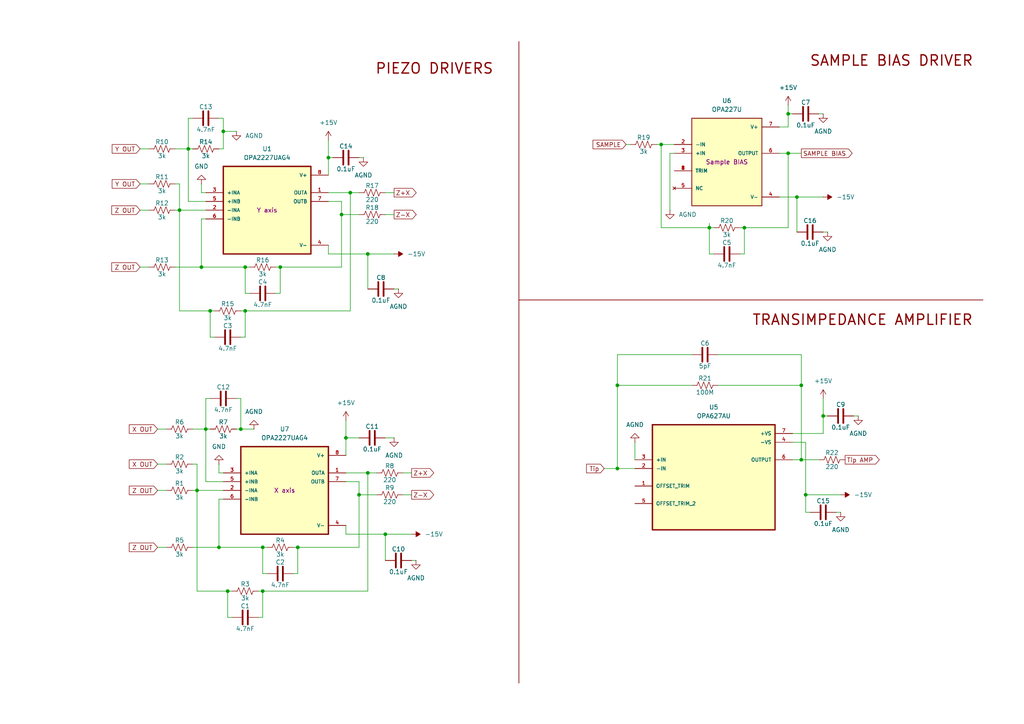
<source format=kicad_sch>
(kicad_sch
	(version 20250114)
	(generator "eeschema")
	(generator_version "9.0")
	(uuid "7a87ba11-f710-490a-8ac5-b38f48ac0e95")
	(paper "A4")
	(title_block
		(title "Driving units")
	)
	(lib_symbols
		(symbol "Device:C"
			(pin_numbers
				(hide yes)
			)
			(pin_names
				(offset 0.254)
			)
			(exclude_from_sim no)
			(in_bom yes)
			(on_board yes)
			(property "Reference" "C"
				(at 0.635 2.54 0)
				(effects
					(font
						(size 1.27 1.27)
					)
					(justify left)
				)
			)
			(property "Value" "C"
				(at 0.635 -2.54 0)
				(effects
					(font
						(size 1.27 1.27)
					)
					(justify left)
				)
			)
			(property "Footprint" ""
				(at 0.9652 -3.81 0)
				(effects
					(font
						(size 1.27 1.27)
					)
					(hide yes)
				)
			)
			(property "Datasheet" "~"
				(at 0 0 0)
				(effects
					(font
						(size 1.27 1.27)
					)
					(hide yes)
				)
			)
			(property "Description" "Unpolarized capacitor"
				(at 0 0 0)
				(effects
					(font
						(size 1.27 1.27)
					)
					(hide yes)
				)
			)
			(property "ki_keywords" "cap capacitor"
				(at 0 0 0)
				(effects
					(font
						(size 1.27 1.27)
					)
					(hide yes)
				)
			)
			(property "ki_fp_filters" "C_*"
				(at 0 0 0)
				(effects
					(font
						(size 1.27 1.27)
					)
					(hide yes)
				)
			)
			(symbol "C_0_1"
				(polyline
					(pts
						(xy -2.032 0.762) (xy 2.032 0.762)
					)
					(stroke
						(width 0.508)
						(type default)
					)
					(fill
						(type none)
					)
				)
				(polyline
					(pts
						(xy -2.032 -0.762) (xy 2.032 -0.762)
					)
					(stroke
						(width 0.508)
						(type default)
					)
					(fill
						(type none)
					)
				)
			)
			(symbol "C_1_1"
				(pin passive line
					(at 0 3.81 270)
					(length 2.794)
					(name "~"
						(effects
							(font
								(size 1.27 1.27)
							)
						)
					)
					(number "1"
						(effects
							(font
								(size 1.27 1.27)
							)
						)
					)
				)
				(pin passive line
					(at 0 -3.81 90)
					(length 2.794)
					(name "~"
						(effects
							(font
								(size 1.27 1.27)
							)
						)
					)
					(number "2"
						(effects
							(font
								(size 1.27 1.27)
							)
						)
					)
				)
			)
			(embedded_fonts no)
		)
		(symbol "Device:R_US"
			(pin_numbers
				(hide yes)
			)
			(pin_names
				(offset 0)
			)
			(exclude_from_sim no)
			(in_bom yes)
			(on_board yes)
			(property "Reference" "R"
				(at 2.54 0 90)
				(effects
					(font
						(size 1.27 1.27)
					)
				)
			)
			(property "Value" "R_US"
				(at -2.54 0 90)
				(effects
					(font
						(size 1.27 1.27)
					)
				)
			)
			(property "Footprint" ""
				(at 1.016 -0.254 90)
				(effects
					(font
						(size 1.27 1.27)
					)
					(hide yes)
				)
			)
			(property "Datasheet" "~"
				(at 0 0 0)
				(effects
					(font
						(size 1.27 1.27)
					)
					(hide yes)
				)
			)
			(property "Description" "Resistor, US symbol"
				(at 0 0 0)
				(effects
					(font
						(size 1.27 1.27)
					)
					(hide yes)
				)
			)
			(property "ki_keywords" "R res resistor"
				(at 0 0 0)
				(effects
					(font
						(size 1.27 1.27)
					)
					(hide yes)
				)
			)
			(property "ki_fp_filters" "R_*"
				(at 0 0 0)
				(effects
					(font
						(size 1.27 1.27)
					)
					(hide yes)
				)
			)
			(symbol "R_US_0_1"
				(polyline
					(pts
						(xy 0 2.286) (xy 0 2.54)
					)
					(stroke
						(width 0)
						(type default)
					)
					(fill
						(type none)
					)
				)
				(polyline
					(pts
						(xy 0 2.286) (xy 1.016 1.905) (xy 0 1.524) (xy -1.016 1.143) (xy 0 0.762)
					)
					(stroke
						(width 0)
						(type default)
					)
					(fill
						(type none)
					)
				)
				(polyline
					(pts
						(xy 0 0.762) (xy 1.016 0.381) (xy 0 0) (xy -1.016 -0.381) (xy 0 -0.762)
					)
					(stroke
						(width 0)
						(type default)
					)
					(fill
						(type none)
					)
				)
				(polyline
					(pts
						(xy 0 -0.762) (xy 1.016 -1.143) (xy 0 -1.524) (xy -1.016 -1.905) (xy 0 -2.286)
					)
					(stroke
						(width 0)
						(type default)
					)
					(fill
						(type none)
					)
				)
				(polyline
					(pts
						(xy 0 -2.286) (xy 0 -2.54)
					)
					(stroke
						(width 0)
						(type default)
					)
					(fill
						(type none)
					)
				)
			)
			(symbol "R_US_1_1"
				(pin passive line
					(at 0 3.81 270)
					(length 1.27)
					(name "~"
						(effects
							(font
								(size 1.27 1.27)
							)
						)
					)
					(number "1"
						(effects
							(font
								(size 1.27 1.27)
							)
						)
					)
				)
				(pin passive line
					(at 0 -3.81 90)
					(length 1.27)
					(name "~"
						(effects
							(font
								(size 1.27 1.27)
							)
						)
					)
					(number "2"
						(effects
							(font
								(size 1.27 1.27)
							)
						)
					)
				)
			)
			(embedded_fonts no)
		)
		(symbol "OPA2227UAG4:OPA2227UAG4"
			(pin_names
				(offset 1.016)
			)
			(exclude_from_sim no)
			(in_bom yes)
			(on_board yes)
			(property "Reference" "U"
				(at -12.7 13.7 0)
				(effects
					(font
						(size 1.27 1.27)
					)
					(justify left bottom)
				)
			)
			(property "Value" "OPA2227UAG4"
				(at -12.7 -16.7 0)
				(effects
					(font
						(size 1.27 1.27)
					)
					(justify left bottom)
				)
			)
			(property "Footprint" "OPA2227UAG4:SOIC127P599X175-8N"
				(at 0 0 0)
				(effects
					(font
						(size 1.27 1.27)
					)
					(justify bottom)
					(hide yes)
				)
			)
			(property "Datasheet" ""
				(at 0 0 0)
				(effects
					(font
						(size 1.27 1.27)
					)
					(hide yes)
				)
			)
			(property "Description" ""
				(at 0 0 0)
				(effects
					(font
						(size 1.27 1.27)
					)
					(hide yes)
				)
			)
			(property "MF" "Texas Instruments"
				(at 0 0 0)
				(effects
					(font
						(size 1.27 1.27)
					)
					(justify bottom)
					(hide yes)
				)
			)
			(property "Description_1" "\n                        \n                            Dual high precision, low noise operational amplifiers 8-SOIC -40 to 85\n                        \n"
				(at 0 0 0)
				(effects
					(font
						(size 1.27 1.27)
					)
					(justify bottom)
					(hide yes)
				)
			)
			(property "Package" "SOIC-8 Texas Instruments"
				(at 0 0 0)
				(effects
					(font
						(size 1.27 1.27)
					)
					(justify bottom)
					(hide yes)
				)
			)
			(property "Price" "None"
				(at 0 0 0)
				(effects
					(font
						(size 1.27 1.27)
					)
					(justify bottom)
					(hide yes)
				)
			)
			(property "SnapEDA_Link" "https://www.snapeda.com/parts/OPA2227UAG4/Texas+Instruments/view-part/?ref=snap"
				(at 0 0 0)
				(effects
					(font
						(size 1.27 1.27)
					)
					(justify bottom)
					(hide yes)
				)
			)
			(property "MP" "OPA2227UAG4"
				(at 0 0 0)
				(effects
					(font
						(size 1.27 1.27)
					)
					(justify bottom)
					(hide yes)
				)
			)
			(property "Availability" "In Stock"
				(at 0 0 0)
				(effects
					(font
						(size 1.27 1.27)
					)
					(justify bottom)
					(hide yes)
				)
			)
			(property "Check_prices" "https://www.snapeda.com/parts/OPA2227UAG4/Texas+Instruments/view-part/?ref=eda"
				(at 0 0 0)
				(effects
					(font
						(size 1.27 1.27)
					)
					(justify bottom)
					(hide yes)
				)
			)
			(symbol "OPA2227UAG4_0_0"
				(rectangle
					(start -12.7 -12.7)
					(end 12.7 12.7)
					(stroke
						(width 0.41)
						(type default)
					)
					(fill
						(type background)
					)
				)
				(pin input line
					(at -17.78 5.08 0)
					(length 5.08)
					(name "+INA"
						(effects
							(font
								(size 1.016 1.016)
							)
						)
					)
					(number "3"
						(effects
							(font
								(size 1.016 1.016)
							)
						)
					)
				)
				(pin input line
					(at -17.78 2.54 0)
					(length 5.08)
					(name "+INB"
						(effects
							(font
								(size 1.016 1.016)
							)
						)
					)
					(number "5"
						(effects
							(font
								(size 1.016 1.016)
							)
						)
					)
				)
				(pin input line
					(at -17.78 0 0)
					(length 5.08)
					(name "-INA"
						(effects
							(font
								(size 1.016 1.016)
							)
						)
					)
					(number "2"
						(effects
							(font
								(size 1.016 1.016)
							)
						)
					)
				)
				(pin input line
					(at -17.78 -2.54 0)
					(length 5.08)
					(name "-INB"
						(effects
							(font
								(size 1.016 1.016)
							)
						)
					)
					(number "6"
						(effects
							(font
								(size 1.016 1.016)
							)
						)
					)
				)
				(pin power_in line
					(at 17.78 10.16 180)
					(length 5.08)
					(name "V+"
						(effects
							(font
								(size 1.016 1.016)
							)
						)
					)
					(number "8"
						(effects
							(font
								(size 1.016 1.016)
							)
						)
					)
				)
				(pin output line
					(at 17.78 5.08 180)
					(length 5.08)
					(name "OUTA"
						(effects
							(font
								(size 1.016 1.016)
							)
						)
					)
					(number "1"
						(effects
							(font
								(size 1.016 1.016)
							)
						)
					)
				)
				(pin output line
					(at 17.78 2.54 180)
					(length 5.08)
					(name "OUTB"
						(effects
							(font
								(size 1.016 1.016)
							)
						)
					)
					(number "7"
						(effects
							(font
								(size 1.016 1.016)
							)
						)
					)
				)
				(pin power_in line
					(at 17.78 -10.16 180)
					(length 5.08)
					(name "V-"
						(effects
							(font
								(size 1.016 1.016)
							)
						)
					)
					(number "4"
						(effects
							(font
								(size 1.016 1.016)
							)
						)
					)
				)
			)
			(embedded_fonts no)
		)
		(symbol "OPA227U:OPA227U"
			(pin_names
				(offset 1.016)
			)
			(exclude_from_sim no)
			(in_bom yes)
			(on_board yes)
			(property "Reference" "U"
				(at -10.16 13.335 0)
				(effects
					(font
						(size 1.27 1.27)
					)
					(justify left bottom)
				)
			)
			(property "Value" "OPA227U"
				(at -10.16 -15.24 0)
				(effects
					(font
						(size 1.27 1.27)
					)
					(justify left bottom)
				)
			)
			(property "Footprint" "OPA227U:SOIC127P599X175-8N"
				(at 0 0 0)
				(effects
					(font
						(size 1.27 1.27)
					)
					(justify bottom)
					(hide yes)
				)
			)
			(property "Datasheet" ""
				(at 0 0 0)
				(effects
					(font
						(size 1.27 1.27)
					)
					(hide yes)
				)
			)
			(property "Description" ""
				(at 0 0 0)
				(effects
					(font
						(size 1.27 1.27)
					)
					(hide yes)
				)
			)
			(property "MF" "Texas Instruments"
				(at 0 0 0)
				(effects
					(font
						(size 1.27 1.27)
					)
					(justify bottom)
					(hide yes)
				)
			)
			(property "MAXIMUM_PACKAGE_HEIGHT" "1.75 mm"
				(at 0 0 0)
				(effects
					(font
						(size 1.27 1.27)
					)
					(justify bottom)
					(hide yes)
				)
			)
			(property "Package" "SOIC-8 Texas Instruments"
				(at 0 0 0)
				(effects
					(font
						(size 1.27 1.27)
					)
					(justify bottom)
					(hide yes)
				)
			)
			(property "Price" "None"
				(at 0 0 0)
				(effects
					(font
						(size 1.27 1.27)
					)
					(justify bottom)
					(hide yes)
				)
			)
			(property "Check_prices" "https://www.snapeda.com/parts/OPA227U/Texas+Instruments/view-part/?ref=eda"
				(at 0 0 0)
				(effects
					(font
						(size 1.27 1.27)
					)
					(justify bottom)
					(hide yes)
				)
			)
			(property "STANDARD" "IPC 7351B"
				(at 0 0 0)
				(effects
					(font
						(size 1.27 1.27)
					)
					(justify bottom)
					(hide yes)
				)
			)
			(property "PARTREV" "B"
				(at 0 0 0)
				(effects
					(font
						(size 1.27 1.27)
					)
					(justify bottom)
					(hide yes)
				)
			)
			(property "SnapEDA_Link" "https://www.snapeda.com/parts/OPA227U/Texas+Instruments/view-part/?ref=snap"
				(at 0 0 0)
				(effects
					(font
						(size 1.27 1.27)
					)
					(justify bottom)
					(hide yes)
				)
			)
			(property "MP" "OPA227U"
				(at 0 0 0)
				(effects
					(font
						(size 1.27 1.27)
					)
					(justify bottom)
					(hide yes)
				)
			)
			(property "Description_1" "\n                        \n                            High Precision, Low Noise Operational Amplifiers\n                        \n"
				(at 0 0 0)
				(effects
					(font
						(size 1.27 1.27)
					)
					(justify bottom)
					(hide yes)
				)
			)
			(property "MANUFACTURER" "Texas Instruments"
				(at 0 0 0)
				(effects
					(font
						(size 1.27 1.27)
					)
					(justify bottom)
					(hide yes)
				)
			)
			(property "Availability" "In Stock"
				(at 0 0 0)
				(effects
					(font
						(size 1.27 1.27)
					)
					(justify bottom)
					(hide yes)
				)
			)
			(property "SNAPEDA_PN" "OPA227U"
				(at 0 0 0)
				(effects
					(font
						(size 1.27 1.27)
					)
					(justify bottom)
					(hide yes)
				)
			)
			(symbol "OPA227U_0_0"
				(rectangle
					(start -10.16 -12.7)
					(end 10.16 12.7)
					(stroke
						(width 0.254)
						(type default)
					)
					(fill
						(type background)
					)
				)
				(pin input line
					(at -15.24 5.08 0)
					(length 5.08)
					(name "-IN"
						(effects
							(font
								(size 1.016 1.016)
							)
						)
					)
					(number "2"
						(effects
							(font
								(size 1.016 1.016)
							)
						)
					)
				)
				(pin input line
					(at -15.24 2.54 0)
					(length 5.08)
					(name "+IN"
						(effects
							(font
								(size 1.016 1.016)
							)
						)
					)
					(number "3"
						(effects
							(font
								(size 1.016 1.016)
							)
						)
					)
				)
				(pin input line
					(at -15.24 -2.54 0)
					(length 5.08)
					(name "TRIM"
						(effects
							(font
								(size 1.016 1.016)
							)
						)
					)
					(number "1"
						(effects
							(font
								(size 1.016 1.016)
							)
						)
					)
				)
				(pin input line
					(at -15.24 -2.54 0)
					(length 5.08)
					(name "TRIM"
						(effects
							(font
								(size 1.016 1.016)
							)
						)
					)
					(number "8"
						(effects
							(font
								(size 1.016 1.016)
							)
						)
					)
				)
				(pin no_connect line
					(at -15.24 -7.62 0)
					(length 5.08)
					(name "NC"
						(effects
							(font
								(size 1.016 1.016)
							)
						)
					)
					(number "5"
						(effects
							(font
								(size 1.016 1.016)
							)
						)
					)
				)
				(pin power_in line
					(at 15.24 10.16 180)
					(length 5.08)
					(name "V+"
						(effects
							(font
								(size 1.016 1.016)
							)
						)
					)
					(number "7"
						(effects
							(font
								(size 1.016 1.016)
							)
						)
					)
				)
				(pin output line
					(at 15.24 2.54 180)
					(length 5.08)
					(name "OUTPUT"
						(effects
							(font
								(size 1.016 1.016)
							)
						)
					)
					(number "6"
						(effects
							(font
								(size 1.016 1.016)
							)
						)
					)
				)
				(pin power_in line
					(at 15.24 -10.16 180)
					(length 5.08)
					(name "V-"
						(effects
							(font
								(size 1.016 1.016)
							)
						)
					)
					(number "4"
						(effects
							(font
								(size 1.016 1.016)
							)
						)
					)
				)
			)
			(embedded_fonts no)
		)
		(symbol "OPA627AU:OPA627AU"
			(pin_names
				(offset 1.016)
			)
			(exclude_from_sim no)
			(in_bom yes)
			(on_board yes)
			(property "Reference" "U"
				(at -17.78 16.24 0)
				(effects
					(font
						(size 1.27 1.27)
					)
					(justify left bottom)
				)
			)
			(property "Value" "OPA627AU"
				(at -17.78 -19.24 0)
				(effects
					(font
						(size 1.27 1.27)
					)
					(justify left bottom)
				)
			)
			(property "Footprint" "OPA627AU:SOIC127P599X175-8N"
				(at 0 0 0)
				(effects
					(font
						(size 1.27 1.27)
					)
					(justify bottom)
					(hide yes)
				)
			)
			(property "Datasheet" ""
				(at 0 0 0)
				(effects
					(font
						(size 1.27 1.27)
					)
					(hide yes)
				)
			)
			(property "Description" ""
				(at 0 0 0)
				(effects
					(font
						(size 1.27 1.27)
					)
					(hide yes)
				)
			)
			(property "MF" "Texas Instruments"
				(at 0 0 0)
				(effects
					(font
						(size 1.27 1.27)
					)
					(justify bottom)
					(hide yes)
				)
			)
			(property "Description_1" "\n                        \n                            55V/µs high-speed 0.8µV/˚C max drift precision operational amplifier\n                        \n"
				(at 0 0 0)
				(effects
					(font
						(size 1.27 1.27)
					)
					(justify bottom)
					(hide yes)
				)
			)
			(property "Package" "SOIC-8 Texas Instruments"
				(at 0 0 0)
				(effects
					(font
						(size 1.27 1.27)
					)
					(justify bottom)
					(hide yes)
				)
			)
			(property "Price" "None"
				(at 0 0 0)
				(effects
					(font
						(size 1.27 1.27)
					)
					(justify bottom)
					(hide yes)
				)
			)
			(property "SnapEDA_Link" "https://www.snapeda.com/parts/OPA627AU/Texas+Instruments/view-part/?ref=snap"
				(at 0 0 0)
				(effects
					(font
						(size 1.27 1.27)
					)
					(justify bottom)
					(hide yes)
				)
			)
			(property "MP" "OPA627AU"
				(at 0 0 0)
				(effects
					(font
						(size 1.27 1.27)
					)
					(justify bottom)
					(hide yes)
				)
			)
			(property "Availability" "In Stock"
				(at 0 0 0)
				(effects
					(font
						(size 1.27 1.27)
					)
					(justify bottom)
					(hide yes)
				)
			)
			(property "Check_prices" "https://www.snapeda.com/parts/OPA627AU/Texas+Instruments/view-part/?ref=eda"
				(at 0 0 0)
				(effects
					(font
						(size 1.27 1.27)
					)
					(justify bottom)
					(hide yes)
				)
			)
			(symbol "OPA627AU_0_0"
				(rectangle
					(start -17.78 -15.24)
					(end 17.78 15.24)
					(stroke
						(width 0.41)
						(type default)
					)
					(fill
						(type background)
					)
				)
				(pin input line
					(at -22.86 5.08 0)
					(length 5.08)
					(name "+IN"
						(effects
							(font
								(size 1.016 1.016)
							)
						)
					)
					(number "3"
						(effects
							(font
								(size 1.016 1.016)
							)
						)
					)
				)
				(pin input line
					(at -22.86 2.54 0)
					(length 5.08)
					(name "-IN"
						(effects
							(font
								(size 1.016 1.016)
							)
						)
					)
					(number "2"
						(effects
							(font
								(size 1.016 1.016)
							)
						)
					)
				)
				(pin bidirectional line
					(at -22.86 -2.54 0)
					(length 5.08)
					(name "OFFSET_TRIM"
						(effects
							(font
								(size 1.016 1.016)
							)
						)
					)
					(number "1"
						(effects
							(font
								(size 1.016 1.016)
							)
						)
					)
				)
				(pin bidirectional line
					(at -22.86 -7.62 0)
					(length 5.08)
					(name "OFFSET_TRIM_2"
						(effects
							(font
								(size 1.016 1.016)
							)
						)
					)
					(number "5"
						(effects
							(font
								(size 1.016 1.016)
							)
						)
					)
				)
				(pin power_in line
					(at 22.86 12.7 180)
					(length 5.08)
					(name "+VS"
						(effects
							(font
								(size 1.016 1.016)
							)
						)
					)
					(number "7"
						(effects
							(font
								(size 1.016 1.016)
							)
						)
					)
				)
				(pin power_in line
					(at 22.86 10.16 180)
					(length 5.08)
					(name "-VS"
						(effects
							(font
								(size 1.016 1.016)
							)
						)
					)
					(number "4"
						(effects
							(font
								(size 1.016 1.016)
							)
						)
					)
				)
				(pin output line
					(at 22.86 5.08 180)
					(length 5.08)
					(name "OUTPUT"
						(effects
							(font
								(size 1.016 1.016)
							)
						)
					)
					(number "6"
						(effects
							(font
								(size 1.016 1.016)
							)
						)
					)
				)
			)
			(embedded_fonts no)
		)
		(symbol "power:+15V"
			(power)
			(pin_numbers
				(hide yes)
			)
			(pin_names
				(offset 0)
				(hide yes)
			)
			(exclude_from_sim no)
			(in_bom yes)
			(on_board yes)
			(property "Reference" "#PWR"
				(at 0 -3.81 0)
				(effects
					(font
						(size 1.27 1.27)
					)
					(hide yes)
				)
			)
			(property "Value" "+15V"
				(at 0 3.556 0)
				(effects
					(font
						(size 1.27 1.27)
					)
				)
			)
			(property "Footprint" ""
				(at 0 0 0)
				(effects
					(font
						(size 1.27 1.27)
					)
					(hide yes)
				)
			)
			(property "Datasheet" ""
				(at 0 0 0)
				(effects
					(font
						(size 1.27 1.27)
					)
					(hide yes)
				)
			)
			(property "Description" "Power symbol creates a global label with name \"+15V\""
				(at 0 0 0)
				(effects
					(font
						(size 1.27 1.27)
					)
					(hide yes)
				)
			)
			(property "ki_keywords" "global power"
				(at 0 0 0)
				(effects
					(font
						(size 1.27 1.27)
					)
					(hide yes)
				)
			)
			(symbol "+15V_0_1"
				(polyline
					(pts
						(xy -0.762 1.27) (xy 0 2.54)
					)
					(stroke
						(width 0)
						(type default)
					)
					(fill
						(type none)
					)
				)
				(polyline
					(pts
						(xy 0 2.54) (xy 0.762 1.27)
					)
					(stroke
						(width 0)
						(type default)
					)
					(fill
						(type none)
					)
				)
				(polyline
					(pts
						(xy 0 0) (xy 0 2.54)
					)
					(stroke
						(width 0)
						(type default)
					)
					(fill
						(type none)
					)
				)
			)
			(symbol "+15V_1_1"
				(pin power_in line
					(at 0 0 90)
					(length 0)
					(name "~"
						(effects
							(font
								(size 1.27 1.27)
							)
						)
					)
					(number "1"
						(effects
							(font
								(size 1.27 1.27)
							)
						)
					)
				)
			)
			(embedded_fonts no)
		)
		(symbol "power:-15V"
			(power)
			(pin_numbers
				(hide yes)
			)
			(pin_names
				(offset 0)
				(hide yes)
			)
			(exclude_from_sim no)
			(in_bom yes)
			(on_board yes)
			(property "Reference" "#PWR"
				(at 0 -3.81 0)
				(effects
					(font
						(size 1.27 1.27)
					)
					(hide yes)
				)
			)
			(property "Value" "-15V"
				(at 0 3.556 0)
				(effects
					(font
						(size 1.27 1.27)
					)
				)
			)
			(property "Footprint" ""
				(at 0 0 0)
				(effects
					(font
						(size 1.27 1.27)
					)
					(hide yes)
				)
			)
			(property "Datasheet" ""
				(at 0 0 0)
				(effects
					(font
						(size 1.27 1.27)
					)
					(hide yes)
				)
			)
			(property "Description" "Power symbol creates a global label with name \"-15V\""
				(at 0 0 0)
				(effects
					(font
						(size 1.27 1.27)
					)
					(hide yes)
				)
			)
			(property "ki_keywords" "global power"
				(at 0 0 0)
				(effects
					(font
						(size 1.27 1.27)
					)
					(hide yes)
				)
			)
			(symbol "-15V_0_0"
				(pin power_in line
					(at 0 0 90)
					(length 0)
					(name "~"
						(effects
							(font
								(size 1.27 1.27)
							)
						)
					)
					(number "1"
						(effects
							(font
								(size 1.27 1.27)
							)
						)
					)
				)
			)
			(symbol "-15V_0_1"
				(polyline
					(pts
						(xy 0 0) (xy 0 1.27) (xy 0.762 1.27) (xy 0 2.54) (xy -0.762 1.27) (xy 0 1.27)
					)
					(stroke
						(width 0)
						(type default)
					)
					(fill
						(type outline)
					)
				)
			)
			(embedded_fonts no)
		)
		(symbol "power:GND"
			(power)
			(pin_numbers
				(hide yes)
			)
			(pin_names
				(offset 0)
				(hide yes)
			)
			(exclude_from_sim no)
			(in_bom yes)
			(on_board yes)
			(property "Reference" "#PWR"
				(at 0 -6.35 0)
				(effects
					(font
						(size 1.27 1.27)
					)
					(hide yes)
				)
			)
			(property "Value" "GND"
				(at 0 -3.81 0)
				(effects
					(font
						(size 1.27 1.27)
					)
				)
			)
			(property "Footprint" ""
				(at 0 0 0)
				(effects
					(font
						(size 1.27 1.27)
					)
					(hide yes)
				)
			)
			(property "Datasheet" ""
				(at 0 0 0)
				(effects
					(font
						(size 1.27 1.27)
					)
					(hide yes)
				)
			)
			(property "Description" "Power symbol creates a global label with name \"GND\" , ground"
				(at 0 0 0)
				(effects
					(font
						(size 1.27 1.27)
					)
					(hide yes)
				)
			)
			(property "ki_keywords" "global power"
				(at 0 0 0)
				(effects
					(font
						(size 1.27 1.27)
					)
					(hide yes)
				)
			)
			(symbol "GND_0_1"
				(polyline
					(pts
						(xy 0 0) (xy 0 -1.27) (xy 1.27 -1.27) (xy 0 -2.54) (xy -1.27 -1.27) (xy 0 -1.27)
					)
					(stroke
						(width 0)
						(type default)
					)
					(fill
						(type none)
					)
				)
			)
			(symbol "GND_1_1"
				(pin power_in line
					(at 0 0 270)
					(length 0)
					(name "~"
						(effects
							(font
								(size 1.27 1.27)
							)
						)
					)
					(number "1"
						(effects
							(font
								(size 1.27 1.27)
							)
						)
					)
				)
			)
			(embedded_fonts no)
		)
		(symbol "power:GNDA"
			(power)
			(pin_numbers
				(hide yes)
			)
			(pin_names
				(offset 0)
				(hide yes)
			)
			(exclude_from_sim no)
			(in_bom yes)
			(on_board yes)
			(property "Reference" "#PWR"
				(at 0 -6.35 0)
				(effects
					(font
						(size 1.27 1.27)
					)
					(hide yes)
				)
			)
			(property "Value" "GNDA"
				(at 0 -3.81 0)
				(effects
					(font
						(size 1.27 1.27)
					)
				)
			)
			(property "Footprint" ""
				(at 0 0 0)
				(effects
					(font
						(size 1.27 1.27)
					)
					(hide yes)
				)
			)
			(property "Datasheet" ""
				(at 0 0 0)
				(effects
					(font
						(size 1.27 1.27)
					)
					(hide yes)
				)
			)
			(property "Description" "Power symbol creates a global label with name \"GNDA\" , analog ground"
				(at 0 0 0)
				(effects
					(font
						(size 1.27 1.27)
					)
					(hide yes)
				)
			)
			(property "ki_keywords" "global power"
				(at 0 0 0)
				(effects
					(font
						(size 1.27 1.27)
					)
					(hide yes)
				)
			)
			(symbol "GNDA_0_1"
				(polyline
					(pts
						(xy 0 0) (xy 0 -1.27) (xy 1.27 -1.27) (xy 0 -2.54) (xy -1.27 -1.27) (xy 0 -1.27)
					)
					(stroke
						(width 0)
						(type default)
					)
					(fill
						(type none)
					)
				)
			)
			(symbol "GNDA_1_1"
				(pin power_in line
					(at 0 0 270)
					(length 0)
					(name "~"
						(effects
							(font
								(size 1.27 1.27)
							)
						)
					)
					(number "1"
						(effects
							(font
								(size 1.27 1.27)
							)
						)
					)
				)
			)
			(embedded_fonts no)
		)
	)
	(text "PIEZO DRIVERS"
		(exclude_from_sim no)
		(at 125.984 20.066 0)
		(effects
			(font
				(size 3 3)
				(thickness 0.375)
				(color 132 0 0 1)
			)
		)
		(uuid "0ed32b65-f53f-4ce9-8479-267554032f0f")
	)
	(text "SAMPLE BIAS DRIVER\n"
		(exclude_from_sim no)
		(at 258.572 17.78 0)
		(effects
			(font
				(size 3 3)
				(thickness 0.375)
				(color 132 0 0 1)
			)
		)
		(uuid "17e3604e-e5e7-4ea8-82fd-5aec8eefac52")
	)
	(text "TRANSIMPEDANCE AMPLIFIER\n"
		(exclude_from_sim no)
		(at 250.19 92.964 0)
		(effects
			(font
				(size 3 3)
				(thickness 0.375)
				(color 132 0 0 1)
			)
		)
		(uuid "b793d0af-7927-4d7e-ae63-7a6d61ca9401")
	)
	(junction
		(at 191.77 41.91)
		(diameter 0)
		(color 0 0 0 0)
		(uuid "022309f8-c9c4-4dd6-8902-84330b4e79ff")
	)
	(junction
		(at 52.07 60.96)
		(diameter 0)
		(color 0 0 0 0)
		(uuid "03d5c80f-8b65-4b7d-bb87-65588eb59ea4")
	)
	(junction
		(at 232.41 133.35)
		(diameter 0)
		(color 0 0 0 0)
		(uuid "0aa05f53-02ef-4f23-920d-9cb256a381d7")
	)
	(junction
		(at 69.85 124.46)
		(diameter 0)
		(color 0 0 0 0)
		(uuid "15bff848-1752-4b9b-bb8f-80a1ff7282b8")
	)
	(junction
		(at 100.33 127)
		(diameter 0)
		(color 0 0 0 0)
		(uuid "197e0dd9-64c2-4f4b-8347-04b19c3f07fe")
	)
	(junction
		(at 59.69 124.46)
		(diameter 0)
		(color 0 0 0 0)
		(uuid "1b4f8b25-f2e6-4600-b89d-cc4e38bdcfa8")
	)
	(junction
		(at 64.77 38.1)
		(diameter 0)
		(color 0 0 0 0)
		(uuid "1bc0d103-d885-4ecd-b440-cb8d1441cbb4")
	)
	(junction
		(at 76.2 171.45)
		(diameter 0)
		(color 0 0 0 0)
		(uuid "1ce4b7f6-8d64-45e3-b58e-57eba9a9b7db")
	)
	(junction
		(at 106.68 73.66)
		(diameter 0)
		(color 0 0 0 0)
		(uuid "20140c91-f1ce-499e-91ee-d252a9636bb5")
	)
	(junction
		(at 63.5 158.75)
		(diameter 0)
		(color 0 0 0 0)
		(uuid "2de4a0ab-f776-44ef-88b3-865c2925fef0")
	)
	(junction
		(at 233.68 143.51)
		(diameter 0)
		(color 0 0 0 0)
		(uuid "33e21cc2-9ae0-4061-9864-e1792d60c40c")
	)
	(junction
		(at 58.42 77.47)
		(diameter 0)
		(color 0 0 0 0)
		(uuid "4b98276b-ff20-44e4-ac99-eb6e13066ab0")
	)
	(junction
		(at 179.07 111.76)
		(diameter 0)
		(color 0 0 0 0)
		(uuid "4c4301fe-a03e-44fa-831b-36bb9113aff6")
	)
	(junction
		(at 86.36 158.75)
		(diameter 0)
		(color 0 0 0 0)
		(uuid "56bfc797-f91c-4eee-b7eb-a54f3d5cb630")
	)
	(junction
		(at 228.6 44.45)
		(diameter 0)
		(color 0 0 0 0)
		(uuid "5f3a542d-114a-46ed-9fb6-30dacb4026ca")
	)
	(junction
		(at 231.14 57.15)
		(diameter 0)
		(color 0 0 0 0)
		(uuid "6987af70-dc63-46c8-8f3e-30b014968ab3")
	)
	(junction
		(at 232.41 111.76)
		(diameter 0)
		(color 0 0 0 0)
		(uuid "6fabaa1c-91eb-4959-82e3-b9a10093a4b5")
	)
	(junction
		(at 101.6 55.88)
		(diameter 0)
		(color 0 0 0 0)
		(uuid "71216f4f-d8ab-4692-a03d-5040ad7e93d8")
	)
	(junction
		(at 76.2 158.75)
		(diameter 0)
		(color 0 0 0 0)
		(uuid "7136088d-ec41-4ea7-8c2f-399766035893")
	)
	(junction
		(at 99.06 62.23)
		(diameter 0)
		(color 0 0 0 0)
		(uuid "760f2f43-c041-4548-a2b3-28b4a6d8f3fc")
	)
	(junction
		(at 111.76 154.94)
		(diameter 0)
		(color 0 0 0 0)
		(uuid "79130394-f462-4c35-8354-1b05456202e4")
	)
	(junction
		(at 95.25 45.72)
		(diameter 0)
		(color 0 0 0 0)
		(uuid "7dd21631-43b1-4b0b-95b3-3d4efe82a011")
	)
	(junction
		(at 179.07 135.89)
		(diameter 0)
		(color 0 0 0 0)
		(uuid "89d4980b-644e-481b-b736-ed6e8dd80f04")
	)
	(junction
		(at 238.76 120.65)
		(diameter 0)
		(color 0 0 0 0)
		(uuid "98ec1f39-ace6-4bd1-b7ba-2886628e8f48")
	)
	(junction
		(at 71.12 90.17)
		(diameter 0)
		(color 0 0 0 0)
		(uuid "9cf66793-f615-412e-afed-fe6437439c38")
	)
	(junction
		(at 57.15 142.24)
		(diameter 0)
		(color 0 0 0 0)
		(uuid "9d12916b-9b1f-45f3-9a13-a7e2ff949975")
	)
	(junction
		(at 54.61 43.18)
		(diameter 0)
		(color 0 0 0 0)
		(uuid "a01a244a-9eb2-45e1-8db7-898ec1be36f6")
	)
	(junction
		(at 71.12 77.47)
		(diameter 0)
		(color 0 0 0 0)
		(uuid "a4780c73-9a33-491a-acf6-85081007a153")
	)
	(junction
		(at 215.9 66.04)
		(diameter 0)
		(color 0 0 0 0)
		(uuid "b3eb0131-2f54-4b4f-af94-6accbb888923")
	)
	(junction
		(at 66.04 171.45)
		(diameter 0)
		(color 0 0 0 0)
		(uuid "b4579463-02bb-4f70-b9c3-6ab17ec18251")
	)
	(junction
		(at 104.14 143.51)
		(diameter 0)
		(color 0 0 0 0)
		(uuid "b8d7c32a-a449-4361-ad5c-ed977e027708")
	)
	(junction
		(at 228.6 33.02)
		(diameter 0)
		(color 0 0 0 0)
		(uuid "bb2cd304-5dcb-4fb5-ba0c-72066831a4c0")
	)
	(junction
		(at 81.28 77.47)
		(diameter 0)
		(color 0 0 0 0)
		(uuid "d4904a86-2898-4f5d-b67e-3a1cb049054a")
	)
	(junction
		(at 106.68 137.16)
		(diameter 0)
		(color 0 0 0 0)
		(uuid "e05dc547-1db8-4ab3-aed6-2b5147cfa766")
	)
	(junction
		(at 60.96 90.17)
		(diameter 0)
		(color 0 0 0 0)
		(uuid "e5d1f063-8954-40d8-a822-1134d3242c2d")
	)
	(junction
		(at 205.74 66.04)
		(diameter 0)
		(color 0 0 0 0)
		(uuid "eadfe879-b590-4696-84e2-e2970869db33")
	)
	(wire
		(pts
			(xy 205.74 73.66) (xy 205.74 66.04)
		)
		(stroke
			(width 0)
			(type default)
		)
		(uuid "00c6aa63-ede7-4af5-a84e-87ac62cbbbc3")
	)
	(wire
		(pts
			(xy 181.61 41.91) (xy 182.88 41.91)
		)
		(stroke
			(width 0)
			(type default)
		)
		(uuid "016ebba6-c0be-495a-bb53-ae79b2ba3029")
	)
	(wire
		(pts
			(xy 77.47 158.75) (xy 76.2 158.75)
		)
		(stroke
			(width 0)
			(type default)
		)
		(uuid "03701dc1-5cd6-4ea5-a9e5-de387ee3226c")
	)
	(wire
		(pts
			(xy 233.68 128.27) (xy 229.87 128.27)
		)
		(stroke
			(width 0)
			(type default)
		)
		(uuid "037913ad-74f9-4cd0-bd8a-868d539dce89")
	)
	(wire
		(pts
			(xy 238.76 67.31) (xy 240.03 67.31)
		)
		(stroke
			(width 0)
			(type default)
		)
		(uuid "050d1292-0f0c-44b6-b590-e70f14ae923a")
	)
	(wire
		(pts
			(xy 194.31 44.45) (xy 195.58 44.45)
		)
		(stroke
			(width 0)
			(type default)
		)
		(uuid "06299836-7654-4499-8c45-e90f6719a6f0")
	)
	(wire
		(pts
			(xy 95.25 73.66) (xy 106.68 73.66)
		)
		(stroke
			(width 0)
			(type default)
		)
		(uuid "06e59bd5-f849-40c5-a63b-71453060c6bf")
	)
	(wire
		(pts
			(xy 48.26 158.75) (xy 45.72 158.75)
		)
		(stroke
			(width 0)
			(type default)
		)
		(uuid "08d9086f-db1c-405c-8fe8-e30cf12f01d7")
	)
	(wire
		(pts
			(xy 228.6 44.45) (xy 232.41 44.45)
		)
		(stroke
			(width 0)
			(type default)
		)
		(uuid "0a88675d-0b08-49d1-9ac0-acc1f8983d34")
	)
	(wire
		(pts
			(xy 59.69 115.57) (xy 59.69 124.46)
		)
		(stroke
			(width 0)
			(type default)
		)
		(uuid "0ad2edb6-a55e-4298-a15d-0d1d296b4e1a")
	)
	(wire
		(pts
			(xy 64.77 38.1) (xy 68.58 38.1)
		)
		(stroke
			(width 0)
			(type default)
		)
		(uuid "0d96821b-c22c-489f-9253-68b9cf281e01")
	)
	(wire
		(pts
			(xy 101.6 55.88) (xy 104.14 55.88)
		)
		(stroke
			(width 0)
			(type default)
		)
		(uuid "0da3b50c-6e73-4663-a29b-78b74bfe7cda")
	)
	(wire
		(pts
			(xy 55.88 142.24) (xy 57.15 142.24)
		)
		(stroke
			(width 0)
			(type default)
		)
		(uuid "0e7bbf3f-8d8b-43a6-949c-f67aa02e54b4")
	)
	(wire
		(pts
			(xy 179.07 111.76) (xy 200.66 111.76)
		)
		(stroke
			(width 0)
			(type default)
		)
		(uuid "111936e1-d07a-481a-8648-2366c1bf5e9e")
	)
	(wire
		(pts
			(xy 72.39 77.47) (xy 71.12 77.47)
		)
		(stroke
			(width 0)
			(type default)
		)
		(uuid "1264df06-5fed-4849-b04c-a219ffe7d64f")
	)
	(wire
		(pts
			(xy 104.14 127) (xy 100.33 127)
		)
		(stroke
			(width 0)
			(type default)
		)
		(uuid "1339d58e-dcb2-4c4f-8dbd-bd245c7c405f")
	)
	(wire
		(pts
			(xy 55.88 34.29) (xy 54.61 34.29)
		)
		(stroke
			(width 0)
			(type default)
		)
		(uuid "137bb824-1a06-4be8-a793-096f84e26d10")
	)
	(wire
		(pts
			(xy 233.68 143.51) (xy 243.84 143.51)
		)
		(stroke
			(width 0)
			(type default)
		)
		(uuid "1381b6a4-aa94-4d5d-b546-95d789dd8cc0")
	)
	(wire
		(pts
			(xy 179.07 135.89) (xy 179.07 111.76)
		)
		(stroke
			(width 0)
			(type default)
		)
		(uuid "16ddafce-9fdb-429c-9bcb-b0adcaa2438b")
	)
	(wire
		(pts
			(xy 69.85 115.57) (xy 69.85 124.46)
		)
		(stroke
			(width 0)
			(type default)
		)
		(uuid "180a7942-19ab-4a8d-8ba6-9117f3128ade")
	)
	(wire
		(pts
			(xy 228.6 33.02) (xy 229.87 33.02)
		)
		(stroke
			(width 0)
			(type default)
		)
		(uuid "194b6315-be5b-4bfe-867d-cc418314819c")
	)
	(wire
		(pts
			(xy 231.14 57.15) (xy 238.76 57.15)
		)
		(stroke
			(width 0)
			(type default)
		)
		(uuid "1b6360f1-84ac-435c-a4d5-284e7868d49b")
	)
	(wire
		(pts
			(xy 54.61 43.18) (xy 54.61 58.42)
		)
		(stroke
			(width 0)
			(type default)
		)
		(uuid "1f096191-5567-4ef6-8d87-08a274895778")
	)
	(wire
		(pts
			(xy 179.07 102.87) (xy 179.07 111.76)
		)
		(stroke
			(width 0)
			(type default)
		)
		(uuid "2003449e-4cf4-4bae-916c-10d8f8bd17d1")
	)
	(wire
		(pts
			(xy 99.06 62.23) (xy 99.06 58.42)
		)
		(stroke
			(width 0)
			(type default)
		)
		(uuid "2190fe12-9be5-4330-ad8d-844e3a50250c")
	)
	(wire
		(pts
			(xy 57.15 171.45) (xy 66.04 171.45)
		)
		(stroke
			(width 0)
			(type default)
		)
		(uuid "2255dcdf-12cd-4c60-b757-74ace92bfe48")
	)
	(wire
		(pts
			(xy 95.25 45.72) (xy 95.25 50.8)
		)
		(stroke
			(width 0)
			(type default)
		)
		(uuid "241f0a05-36f9-49b9-8660-b5eb007c458b")
	)
	(wire
		(pts
			(xy 58.42 77.47) (xy 71.12 77.47)
		)
		(stroke
			(width 0)
			(type default)
		)
		(uuid "24774c61-fd38-4930-a5cf-b79ba1b59d23")
	)
	(wire
		(pts
			(xy 50.8 43.18) (xy 54.61 43.18)
		)
		(stroke
			(width 0)
			(type default)
		)
		(uuid "27b8d4c4-95fd-4a4e-923a-e6a7bc474f93")
	)
	(wire
		(pts
			(xy 66.04 179.07) (xy 66.04 171.45)
		)
		(stroke
			(width 0)
			(type default)
		)
		(uuid "2a241360-deeb-46c5-aaef-851ba65f0a04")
	)
	(wire
		(pts
			(xy 69.85 97.79) (xy 71.12 97.79)
		)
		(stroke
			(width 0)
			(type default)
		)
		(uuid "2bc0088b-1877-4d5f-96b5-6c877db016c9")
	)
	(wire
		(pts
			(xy 104.14 143.51) (xy 104.14 158.75)
		)
		(stroke
			(width 0)
			(type default)
		)
		(uuid "31e6776e-1ffa-4461-9ef5-046cecd2df5f")
	)
	(wire
		(pts
			(xy 96.52 45.72) (xy 95.25 45.72)
		)
		(stroke
			(width 0)
			(type default)
		)
		(uuid "322802ef-8887-4511-b94a-d0c13bdaaf9a")
	)
	(wire
		(pts
			(xy 100.33 127) (xy 100.33 132.08)
		)
		(stroke
			(width 0)
			(type default)
		)
		(uuid "32a96c1b-7690-49a3-a13e-bf7d5db4bcf7")
	)
	(wire
		(pts
			(xy 95.25 58.42) (xy 99.06 58.42)
		)
		(stroke
			(width 0)
			(type default)
		)
		(uuid "356988ed-5396-4deb-8a31-7bd1db3642d4")
	)
	(wire
		(pts
			(xy 57.15 142.24) (xy 64.77 142.24)
		)
		(stroke
			(width 0)
			(type default)
		)
		(uuid "360340f6-199f-4fd6-a5a9-117251ade2a9")
	)
	(polyline
		(pts
			(xy 150.495 86.995) (xy 285.115 86.995)
		)
		(stroke
			(width 0.2)
			(type solid)
			(color 132 0 0 1)
		)
		(uuid "386726c4-0e99-48f4-befb-8922994b2464")
	)
	(wire
		(pts
			(xy 86.36 158.75) (xy 104.14 158.75)
		)
		(stroke
			(width 0)
			(type default)
		)
		(uuid "3a5e77d5-d45f-47a4-b55d-89f42d2600d5")
	)
	(wire
		(pts
			(xy 71.12 77.47) (xy 71.12 85.09)
		)
		(stroke
			(width 0)
			(type default)
		)
		(uuid "3aa10f7b-be32-4ae9-8fa6-0a3ece4df887")
	)
	(wire
		(pts
			(xy 106.68 137.16) (xy 106.68 171.45)
		)
		(stroke
			(width 0)
			(type default)
		)
		(uuid "3bc17654-d96e-4ab2-8ff4-28643ab4830b")
	)
	(wire
		(pts
			(xy 228.6 66.04) (xy 228.6 44.45)
		)
		(stroke
			(width 0)
			(type default)
		)
		(uuid "3c390b42-78f1-4c3e-aa8e-c614ab01efcd")
	)
	(wire
		(pts
			(xy 214.63 66.04) (xy 215.9 66.04)
		)
		(stroke
			(width 0)
			(type default)
		)
		(uuid "3cbb4b0d-effa-443e-870a-d35712af99ce")
	)
	(wire
		(pts
			(xy 58.42 63.5) (xy 59.69 63.5)
		)
		(stroke
			(width 0)
			(type default)
		)
		(uuid "3d8db885-c52c-409e-b2ba-a01dfee26446")
	)
	(wire
		(pts
			(xy 184.15 128.27) (xy 184.15 133.35)
		)
		(stroke
			(width 0)
			(type default)
		)
		(uuid "3ef1e413-5341-4647-9b91-6e4b371adbbc")
	)
	(wire
		(pts
			(xy 60.96 115.57) (xy 59.69 115.57)
		)
		(stroke
			(width 0)
			(type default)
		)
		(uuid "4201a2ac-1b60-4f04-bf54-006ad35e111b")
	)
	(wire
		(pts
			(xy 63.5 134.62) (xy 63.5 137.16)
		)
		(stroke
			(width 0)
			(type default)
		)
		(uuid "42df0406-9e54-43c6-b494-568da733b778")
	)
	(wire
		(pts
			(xy 101.6 55.88) (xy 95.25 55.88)
		)
		(stroke
			(width 0)
			(type default)
		)
		(uuid "434df710-951b-49da-9914-f2f2a810a994")
	)
	(wire
		(pts
			(xy 54.61 43.18) (xy 55.88 43.18)
		)
		(stroke
			(width 0)
			(type default)
		)
		(uuid "44f85f9c-9206-4551-9e34-028c21f4a8d2")
	)
	(wire
		(pts
			(xy 63.5 158.75) (xy 76.2 158.75)
		)
		(stroke
			(width 0)
			(type default)
		)
		(uuid "4a671305-e315-4512-a9b2-2c2180fedcbd")
	)
	(wire
		(pts
			(xy 215.9 66.04) (xy 228.6 66.04)
		)
		(stroke
			(width 0)
			(type default)
		)
		(uuid "4ccd56a2-fced-47e6-b576-51318e39d8c3")
	)
	(wire
		(pts
			(xy 50.8 77.47) (xy 58.42 77.47)
		)
		(stroke
			(width 0)
			(type default)
		)
		(uuid "4d126c85-0c26-4eeb-93a0-ca038857a06f")
	)
	(wire
		(pts
			(xy 205.74 66.04) (xy 205.74 64.77)
		)
		(stroke
			(width 0)
			(type default)
		)
		(uuid "500ff105-38ba-43dd-9f41-b8a33c153d81")
	)
	(wire
		(pts
			(xy 60.96 124.46) (xy 59.69 124.46)
		)
		(stroke
			(width 0)
			(type default)
		)
		(uuid "51a985a7-a3bb-4e6e-b2d6-6157d75d7d6e")
	)
	(wire
		(pts
			(xy 66.04 171.45) (xy 67.31 171.45)
		)
		(stroke
			(width 0)
			(type default)
		)
		(uuid "52d779bd-9dba-42c0-819c-8772fb42e6ad")
	)
	(wire
		(pts
			(xy 63.5 34.29) (xy 64.77 34.29)
		)
		(stroke
			(width 0)
			(type default)
		)
		(uuid "53d101a6-16bf-4376-a3d1-46dcab06f8dc")
	)
	(wire
		(pts
			(xy 111.76 154.94) (xy 111.76 162.56)
		)
		(stroke
			(width 0)
			(type default)
		)
		(uuid "567382fc-1add-4852-bec3-7c20c308a3c2")
	)
	(wire
		(pts
			(xy 43.18 53.34) (xy 40.64 53.34)
		)
		(stroke
			(width 0)
			(type default)
		)
		(uuid "57797b46-c49b-4591-9107-29b0b0a0327a")
	)
	(wire
		(pts
			(xy 59.69 124.46) (xy 59.69 139.7)
		)
		(stroke
			(width 0)
			(type default)
		)
		(uuid "588e98c3-fe79-4e9f-acf8-b08fa17d720a")
	)
	(wire
		(pts
			(xy 57.15 134.62) (xy 55.88 134.62)
		)
		(stroke
			(width 0)
			(type default)
		)
		(uuid "59aa1fcb-e00d-4706-ae3e-84f9aae24497")
	)
	(wire
		(pts
			(xy 95.25 40.64) (xy 95.25 45.72)
		)
		(stroke
			(width 0)
			(type default)
		)
		(uuid "5cac8e35-5e55-4b72-919d-5b38123aeae5")
	)
	(wire
		(pts
			(xy 226.06 57.15) (xy 231.14 57.15)
		)
		(stroke
			(width 0)
			(type default)
		)
		(uuid "5e128c88-cda9-4952-9a06-ee27751f1a87")
	)
	(wire
		(pts
			(xy 237.49 33.02) (xy 238.76 33.02)
		)
		(stroke
			(width 0)
			(type default)
		)
		(uuid "5f305a17-b6dc-4f7d-a147-385754e85eca")
	)
	(wire
		(pts
			(xy 76.2 158.75) (xy 76.2 166.37)
		)
		(stroke
			(width 0)
			(type default)
		)
		(uuid "5ffe5928-9703-4c38-a505-7efc09bd74ab")
	)
	(wire
		(pts
			(xy 62.23 97.79) (xy 60.96 97.79)
		)
		(stroke
			(width 0)
			(type default)
		)
		(uuid "61fe23e1-0824-4a6c-ae64-e103589f370e")
	)
	(wire
		(pts
			(xy 74.93 179.07) (xy 76.2 179.07)
		)
		(stroke
			(width 0)
			(type default)
		)
		(uuid "62565398-228b-4bc9-a574-da74c889fadd")
	)
	(wire
		(pts
			(xy 55.88 158.75) (xy 63.5 158.75)
		)
		(stroke
			(width 0)
			(type default)
		)
		(uuid "6261fe1b-ebc3-48c5-911d-bf95c26b6054")
	)
	(wire
		(pts
			(xy 58.42 53.34) (xy 58.42 55.88)
		)
		(stroke
			(width 0)
			(type default)
		)
		(uuid "6510d277-e78e-4c73-a981-a801f3142400")
	)
	(wire
		(pts
			(xy 114.3 83.82) (xy 115.57 83.82)
		)
		(stroke
			(width 0)
			(type default)
		)
		(uuid "6567975e-fbc2-45be-8d66-1790820aa60c")
	)
	(wire
		(pts
			(xy 63.5 144.78) (xy 63.5 158.75)
		)
		(stroke
			(width 0)
			(type default)
		)
		(uuid "68a54430-1826-4c65-bc64-f1e038c20ff5")
	)
	(wire
		(pts
			(xy 95.25 73.66) (xy 95.25 71.12)
		)
		(stroke
			(width 0)
			(type default)
		)
		(uuid "69092a06-3b8f-4d53-89c6-c09b03d4d6c3")
	)
	(wire
		(pts
			(xy 81.28 85.09) (xy 81.28 77.47)
		)
		(stroke
			(width 0)
			(type default)
		)
		(uuid "691db10a-7faa-40be-8354-14239dca02c3")
	)
	(wire
		(pts
			(xy 58.42 55.88) (xy 59.69 55.88)
		)
		(stroke
			(width 0)
			(type default)
		)
		(uuid "699c2d07-f90e-4dc8-be25-3c9281a24802")
	)
	(wire
		(pts
			(xy 100.33 121.92) (xy 100.33 127)
		)
		(stroke
			(width 0)
			(type default)
		)
		(uuid "6ac853f5-68a8-4493-b857-92fcf002dfa0")
	)
	(wire
		(pts
			(xy 43.18 60.96) (xy 40.64 60.96)
		)
		(stroke
			(width 0)
			(type default)
		)
		(uuid "6ded3b32-4602-44c6-be5d-ca4012c78335")
	)
	(polyline
		(pts
			(xy 150.495 12.065) (xy 150.495 198.12)
		)
		(stroke
			(width 0.2)
			(type solid)
			(color 132 0 0 1)
		)
		(uuid "704c5e26-4a2d-459f-bad5-99221a5f58c4")
	)
	(wire
		(pts
			(xy 58.42 63.5) (xy 58.42 77.47)
		)
		(stroke
			(width 0)
			(type default)
		)
		(uuid "70d69162-9460-4dca-b057-3e3a95910d76")
	)
	(wire
		(pts
			(xy 69.85 124.46) (xy 73.66 124.46)
		)
		(stroke
			(width 0)
			(type default)
		)
		(uuid "70f4db76-9aaf-48b7-9186-ca74e7a9b232")
	)
	(wire
		(pts
			(xy 55.88 124.46) (xy 59.69 124.46)
		)
		(stroke
			(width 0)
			(type default)
		)
		(uuid "71a2f9e5-6043-48ea-a06e-b1770d523ee4")
	)
	(wire
		(pts
			(xy 52.07 53.34) (xy 50.8 53.34)
		)
		(stroke
			(width 0)
			(type default)
		)
		(uuid "7295d68f-dfd8-4c44-9f4a-89290e86e873")
	)
	(wire
		(pts
			(xy 48.26 142.24) (xy 45.72 142.24)
		)
		(stroke
			(width 0)
			(type default)
		)
		(uuid "75b82a2b-9b91-4d93-8d7c-0f5f9b6ef905")
	)
	(wire
		(pts
			(xy 67.31 179.07) (xy 66.04 179.07)
		)
		(stroke
			(width 0)
			(type default)
		)
		(uuid "780834f4-5293-494c-9c65-3ed26322c844")
	)
	(wire
		(pts
			(xy 64.77 38.1) (xy 64.77 43.18)
		)
		(stroke
			(width 0)
			(type default)
		)
		(uuid "788307d5-1213-4fd8-982d-36fc21283a04")
	)
	(wire
		(pts
			(xy 71.12 90.17) (xy 101.6 90.17)
		)
		(stroke
			(width 0)
			(type default)
		)
		(uuid "78d47845-888e-4824-93a2-6451449be20b")
	)
	(wire
		(pts
			(xy 247.65 120.65) (xy 248.92 120.65)
		)
		(stroke
			(width 0)
			(type default)
		)
		(uuid "7bad7089-cf0f-4f15-9ed9-2e733e1bdbf0")
	)
	(wire
		(pts
			(xy 64.77 38.1) (xy 64.77 34.29)
		)
		(stroke
			(width 0)
			(type default)
		)
		(uuid "7c4a962c-2af4-472d-a896-18141a84bff5")
	)
	(wire
		(pts
			(xy 52.07 60.96) (xy 52.07 90.17)
		)
		(stroke
			(width 0)
			(type default)
		)
		(uuid "7ed82d7e-dd59-4c86-a642-29b720fb5321")
	)
	(wire
		(pts
			(xy 40.64 43.18) (xy 43.18 43.18)
		)
		(stroke
			(width 0)
			(type default)
		)
		(uuid "7f32562a-7b8f-4ff9-ac6f-9299362a5880")
	)
	(wire
		(pts
			(xy 208.28 111.76) (xy 232.41 111.76)
		)
		(stroke
			(width 0)
			(type default)
		)
		(uuid "81958e74-6f4b-464b-950b-8dcc0cd99054")
	)
	(wire
		(pts
			(xy 233.68 128.27) (xy 233.68 143.51)
		)
		(stroke
			(width 0)
			(type default)
		)
		(uuid "8203daac-e75e-431c-a132-53898bbb1c1e")
	)
	(wire
		(pts
			(xy 191.77 66.04) (xy 205.74 66.04)
		)
		(stroke
			(width 0)
			(type default)
		)
		(uuid "830ad63f-0e65-4437-ab97-75ccbd2d31bc")
	)
	(wire
		(pts
			(xy 111.76 127) (xy 114.3 127)
		)
		(stroke
			(width 0)
			(type default)
		)
		(uuid "838c8d54-5453-475c-a516-e7cb1646d6f2")
	)
	(wire
		(pts
			(xy 57.15 142.24) (xy 57.15 171.45)
		)
		(stroke
			(width 0)
			(type default)
		)
		(uuid "868ce66e-c96f-47a9-87e9-faeb9514a306")
	)
	(wire
		(pts
			(xy 104.14 45.72) (xy 105.41 45.72)
		)
		(stroke
			(width 0)
			(type default)
		)
		(uuid "87a84f0b-fc3f-417f-932e-9507e7892cc3")
	)
	(wire
		(pts
			(xy 119.38 162.56) (xy 120.65 162.56)
		)
		(stroke
			(width 0)
			(type default)
		)
		(uuid "88d10151-fba1-4045-b706-2f93d00fa6bc")
	)
	(wire
		(pts
			(xy 232.41 133.35) (xy 237.49 133.35)
		)
		(stroke
			(width 0)
			(type default)
		)
		(uuid "8efbbba1-787a-407e-81a8-a6120a94e23d")
	)
	(wire
		(pts
			(xy 81.28 77.47) (xy 99.06 77.47)
		)
		(stroke
			(width 0)
			(type default)
		)
		(uuid "931606e7-77e6-4aa3-8bb0-d7ab5dd74873")
	)
	(wire
		(pts
			(xy 59.69 139.7) (xy 64.77 139.7)
		)
		(stroke
			(width 0)
			(type default)
		)
		(uuid "94548d60-7d4e-4311-86cc-690d3646d7a1")
	)
	(wire
		(pts
			(xy 116.84 137.16) (xy 119.38 137.16)
		)
		(stroke
			(width 0)
			(type default)
		)
		(uuid "971a463c-0c2a-40cc-a737-2f0e25eae67b")
	)
	(wire
		(pts
			(xy 54.61 34.29) (xy 54.61 43.18)
		)
		(stroke
			(width 0)
			(type default)
		)
		(uuid "97a8c5f4-fc3b-46a0-a06d-e0b8b1dd6d27")
	)
	(wire
		(pts
			(xy 232.41 102.87) (xy 232.41 111.76)
		)
		(stroke
			(width 0)
			(type default)
		)
		(uuid "9869fe46-17ce-4d70-b659-3a38ca9d6487")
	)
	(wire
		(pts
			(xy 100.33 139.7) (xy 104.14 139.7)
		)
		(stroke
			(width 0)
			(type default)
		)
		(uuid "988b9f9b-2712-4d85-b60b-723a41f558a6")
	)
	(wire
		(pts
			(xy 57.15 134.62) (xy 57.15 142.24)
		)
		(stroke
			(width 0)
			(type default)
		)
		(uuid "9cb2d421-ff30-4782-b326-9aabcfbdfa08")
	)
	(wire
		(pts
			(xy 179.07 135.89) (xy 184.15 135.89)
		)
		(stroke
			(width 0)
			(type default)
		)
		(uuid "9eb1960a-7004-42ad-8c05-c864e66db6ec")
	)
	(wire
		(pts
			(xy 99.06 62.23) (xy 104.14 62.23)
		)
		(stroke
			(width 0)
			(type default)
		)
		(uuid "a0bcf526-5cd4-4499-8bd7-750d2570e494")
	)
	(wire
		(pts
			(xy 80.01 85.09) (xy 81.28 85.09)
		)
		(stroke
			(width 0)
			(type default)
		)
		(uuid "a1520691-b8f2-4da2-8aed-ae1d0956a3c6")
	)
	(wire
		(pts
			(xy 54.61 58.42) (xy 59.69 58.42)
		)
		(stroke
			(width 0)
			(type default)
		)
		(uuid "a1ed007b-f410-4a27-a79e-45c0aeb99635")
	)
	(wire
		(pts
			(xy 191.77 41.91) (xy 191.77 66.04)
		)
		(stroke
			(width 0)
			(type default)
		)
		(uuid "a29218e2-96a8-49b8-a9a9-d0761ac1a17e")
	)
	(wire
		(pts
			(xy 233.68 148.59) (xy 233.68 143.51)
		)
		(stroke
			(width 0)
			(type default)
		)
		(uuid "a3c8e422-10ca-454a-96a9-906d707b46d9")
	)
	(wire
		(pts
			(xy 60.96 97.79) (xy 60.96 90.17)
		)
		(stroke
			(width 0)
			(type default)
		)
		(uuid "a43283eb-aacc-4c4a-891f-1866db60fb46")
	)
	(wire
		(pts
			(xy 76.2 166.37) (xy 77.47 166.37)
		)
		(stroke
			(width 0)
			(type default)
		)
		(uuid "a5956da8-a95d-4945-8b5b-8760f3628d26")
	)
	(wire
		(pts
			(xy 52.07 53.34) (xy 52.07 60.96)
		)
		(stroke
			(width 0)
			(type default)
		)
		(uuid "a5e3e378-7f09-4c4c-ae30-8e3fd9e1ac6e")
	)
	(wire
		(pts
			(xy 214.63 73.66) (xy 215.9 73.66)
		)
		(stroke
			(width 0)
			(type default)
		)
		(uuid "a63d93f4-7af7-43a5-afb5-6bf2e4ebd827")
	)
	(wire
		(pts
			(xy 76.2 179.07) (xy 76.2 171.45)
		)
		(stroke
			(width 0)
			(type default)
		)
		(uuid "a7f06e80-b8ae-4749-b44d-3c6ff92aa09b")
	)
	(wire
		(pts
			(xy 60.96 90.17) (xy 62.23 90.17)
		)
		(stroke
			(width 0)
			(type default)
		)
		(uuid "a8d80816-5de8-4c74-add8-253841eca665")
	)
	(wire
		(pts
			(xy 116.84 143.51) (xy 119.38 143.51)
		)
		(stroke
			(width 0)
			(type default)
		)
		(uuid "a8e16a71-1d1c-4d3e-933e-36ab0856f394")
	)
	(wire
		(pts
			(xy 76.2 171.45) (xy 106.68 171.45)
		)
		(stroke
			(width 0)
			(type default)
		)
		(uuid "a940b85b-bb21-4f87-b20f-b5422386c776")
	)
	(wire
		(pts
			(xy 81.28 77.47) (xy 80.01 77.47)
		)
		(stroke
			(width 0)
			(type default)
		)
		(uuid "ac71aeea-14a3-4d59-b19c-148381adf90c")
	)
	(wire
		(pts
			(xy 85.09 166.37) (xy 86.36 166.37)
		)
		(stroke
			(width 0)
			(type default)
		)
		(uuid "acb1cf5c-4fa6-4abf-a6db-bcc42efd33db")
	)
	(wire
		(pts
			(xy 111.76 55.88) (xy 114.3 55.88)
		)
		(stroke
			(width 0)
			(type default)
		)
		(uuid "b040fb6c-fee4-4762-a23c-d68e93efdc0d")
	)
	(wire
		(pts
			(xy 229.87 133.35) (xy 232.41 133.35)
		)
		(stroke
			(width 0)
			(type default)
		)
		(uuid "b0dc8249-e534-4f7a-bde5-47e33a8cc3fd")
	)
	(wire
		(pts
			(xy 45.72 124.46) (xy 48.26 124.46)
		)
		(stroke
			(width 0)
			(type default)
		)
		(uuid "b16cad5c-a34f-4c91-a3f0-c85effa70574")
	)
	(wire
		(pts
			(xy 111.76 62.23) (xy 114.3 62.23)
		)
		(stroke
			(width 0)
			(type default)
		)
		(uuid "b3bb3648-831c-42f9-b6df-61a599d7434c")
	)
	(wire
		(pts
			(xy 68.58 124.46) (xy 69.85 124.46)
		)
		(stroke
			(width 0)
			(type default)
		)
		(uuid "b668cd34-1c5f-4f71-a6ef-487c8f3a7023")
	)
	(wire
		(pts
			(xy 48.26 134.62) (xy 45.72 134.62)
		)
		(stroke
			(width 0)
			(type default)
		)
		(uuid "b7fbe8e7-ab2b-4320-ae92-bf1774653147")
	)
	(wire
		(pts
			(xy 86.36 166.37) (xy 86.36 158.75)
		)
		(stroke
			(width 0)
			(type default)
		)
		(uuid "b85a7ce2-d8c8-4592-a926-3d09e38f1888")
	)
	(wire
		(pts
			(xy 50.8 60.96) (xy 52.07 60.96)
		)
		(stroke
			(width 0)
			(type default)
		)
		(uuid "b97fce0f-7bae-4f3b-a48a-699aa121cf22")
	)
	(wire
		(pts
			(xy 100.33 154.94) (xy 111.76 154.94)
		)
		(stroke
			(width 0)
			(type default)
		)
		(uuid "baa36b95-d03c-45fa-8200-327ef1703be0")
	)
	(wire
		(pts
			(xy 101.6 55.88) (xy 101.6 90.17)
		)
		(stroke
			(width 0)
			(type default)
		)
		(uuid "bb325526-915b-480a-bfdb-f1dbd1bf3981")
	)
	(wire
		(pts
			(xy 226.06 36.83) (xy 228.6 36.83)
		)
		(stroke
			(width 0)
			(type default)
		)
		(uuid "bc209f1d-e269-487d-8625-d25c0228214e")
	)
	(wire
		(pts
			(xy 99.06 62.23) (xy 99.06 77.47)
		)
		(stroke
			(width 0)
			(type default)
		)
		(uuid "bd7cd5ff-efc9-4b16-a22a-9f68dd643fe9")
	)
	(wire
		(pts
			(xy 68.58 115.57) (xy 69.85 115.57)
		)
		(stroke
			(width 0)
			(type default)
		)
		(uuid "c186df6e-c091-4dbe-9736-a9144747c600")
	)
	(wire
		(pts
			(xy 175.26 135.89) (xy 179.07 135.89)
		)
		(stroke
			(width 0)
			(type default)
		)
		(uuid "c1d68a82-7f3c-464b-bd9b-1a86ee1fae95")
	)
	(wire
		(pts
			(xy 191.77 41.91) (xy 195.58 41.91)
		)
		(stroke
			(width 0)
			(type default)
		)
		(uuid "c255ca7f-883e-4084-a322-e89bb833021d")
	)
	(wire
		(pts
			(xy 228.6 44.45) (xy 226.06 44.45)
		)
		(stroke
			(width 0)
			(type default)
		)
		(uuid "c4159176-75ed-47f0-bc96-8117a0663bea")
	)
	(wire
		(pts
			(xy 106.68 73.66) (xy 106.68 83.82)
		)
		(stroke
			(width 0)
			(type default)
		)
		(uuid "c5acded0-d0e3-43a0-b6b5-a36762256db9")
	)
	(wire
		(pts
			(xy 86.36 158.75) (xy 85.09 158.75)
		)
		(stroke
			(width 0)
			(type default)
		)
		(uuid "c993230f-be7b-4d8d-88bc-d8a7bb7d04c6")
	)
	(wire
		(pts
			(xy 243.84 148.59) (xy 242.57 148.59)
		)
		(stroke
			(width 0)
			(type default)
		)
		(uuid "d0b1608d-dafd-450d-89d5-4e1fed536ea0")
	)
	(wire
		(pts
			(xy 104.14 143.51) (xy 104.14 139.7)
		)
		(stroke
			(width 0)
			(type default)
		)
		(uuid "d14ce826-f1fc-4d38-a26f-7523dd99bd92")
	)
	(wire
		(pts
			(xy 106.68 137.16) (xy 109.22 137.16)
		)
		(stroke
			(width 0)
			(type default)
		)
		(uuid "d15275fa-c5c2-40ee-80e4-2d6a9a798d89")
	)
	(wire
		(pts
			(xy 71.12 85.09) (xy 72.39 85.09)
		)
		(stroke
			(width 0)
			(type default)
		)
		(uuid "d2efa2a1-6c07-44a2-8902-d8e3a98a66b5")
	)
	(wire
		(pts
			(xy 229.87 125.73) (xy 238.76 125.73)
		)
		(stroke
			(width 0)
			(type default)
		)
		(uuid "d31d4da9-43d7-423b-b853-c7581c3f677a")
	)
	(wire
		(pts
			(xy 207.01 73.66) (xy 205.74 73.66)
		)
		(stroke
			(width 0)
			(type default)
		)
		(uuid "d520363c-0b63-4b03-aa47-580cee30b634")
	)
	(wire
		(pts
			(xy 76.2 171.45) (xy 74.93 171.45)
		)
		(stroke
			(width 0)
			(type default)
		)
		(uuid "d80594e9-3100-4f3b-9eab-eb7aca6da94b")
	)
	(wire
		(pts
			(xy 228.6 33.02) (xy 228.6 36.83)
		)
		(stroke
			(width 0)
			(type default)
		)
		(uuid "d954f1be-7a1c-431c-aa7e-073d3d57bd14")
	)
	(wire
		(pts
			(xy 63.5 144.78) (xy 64.77 144.78)
		)
		(stroke
			(width 0)
			(type default)
		)
		(uuid "db6fcacf-82ef-41b8-b87c-de54aaa01022")
	)
	(wire
		(pts
			(xy 71.12 90.17) (xy 69.85 90.17)
		)
		(stroke
			(width 0)
			(type default)
		)
		(uuid "dbe6156b-ceab-4f2d-a4e8-c03adeb3cd6c")
	)
	(wire
		(pts
			(xy 232.41 111.76) (xy 232.41 133.35)
		)
		(stroke
			(width 0)
			(type default)
		)
		(uuid "dc6496b8-68fa-4981-b19e-6c846675fccf")
	)
	(wire
		(pts
			(xy 200.66 102.87) (xy 179.07 102.87)
		)
		(stroke
			(width 0)
			(type default)
		)
		(uuid "ded7f885-354e-4b33-ab6a-0f23d16f0790")
	)
	(wire
		(pts
			(xy 106.68 73.66) (xy 114.3 73.66)
		)
		(stroke
			(width 0)
			(type default)
		)
		(uuid "deefa5a5-b799-4046-a140-2d6b2e556336")
	)
	(wire
		(pts
			(xy 104.14 143.51) (xy 109.22 143.51)
		)
		(stroke
			(width 0)
			(type default)
		)
		(uuid "e13c6b41-3d93-41c7-95e4-5dd26c135572")
	)
	(wire
		(pts
			(xy 205.74 66.04) (xy 207.01 66.04)
		)
		(stroke
			(width 0)
			(type default)
		)
		(uuid "e281353f-5376-4eb8-b0f6-92e7bc6a23da")
	)
	(wire
		(pts
			(xy 52.07 90.17) (xy 60.96 90.17)
		)
		(stroke
			(width 0)
			(type default)
		)
		(uuid "e28695f4-44e1-4933-a970-fa76128810b1")
	)
	(wire
		(pts
			(xy 238.76 120.65) (xy 238.76 125.73)
		)
		(stroke
			(width 0)
			(type default)
		)
		(uuid "e319d865-65da-44e7-8cc2-03162677fe00")
	)
	(wire
		(pts
			(xy 52.07 60.96) (xy 59.69 60.96)
		)
		(stroke
			(width 0)
			(type default)
		)
		(uuid "e4cbb430-07e1-4b59-9144-5b5dcd953532")
	)
	(wire
		(pts
			(xy 228.6 30.48) (xy 228.6 33.02)
		)
		(stroke
			(width 0)
			(type default)
		)
		(uuid "e6cf0e52-61ea-4fdf-9e46-8da22aa04f45")
	)
	(wire
		(pts
			(xy 63.5 137.16) (xy 64.77 137.16)
		)
		(stroke
			(width 0)
			(type default)
		)
		(uuid "e7a89bd2-c90c-4cd5-822d-75f2ee277ac7")
	)
	(wire
		(pts
			(xy 106.68 137.16) (xy 100.33 137.16)
		)
		(stroke
			(width 0)
			(type default)
		)
		(uuid "e823c585-9b98-4465-b62d-04ff94ca4346")
	)
	(wire
		(pts
			(xy 71.12 97.79) (xy 71.12 90.17)
		)
		(stroke
			(width 0)
			(type default)
		)
		(uuid "e83da0e1-a374-4469-8dda-a563fb182aae")
	)
	(wire
		(pts
			(xy 238.76 115.57) (xy 238.76 120.65)
		)
		(stroke
			(width 0)
			(type default)
		)
		(uuid "e88c2ea2-6f3c-412c-acc2-738808a2f74e")
	)
	(wire
		(pts
			(xy 63.5 43.18) (xy 64.77 43.18)
		)
		(stroke
			(width 0)
			(type default)
		)
		(uuid "ea2eea47-0879-4e8f-a48c-65bf90dd7a8c")
	)
	(wire
		(pts
			(xy 231.14 57.15) (xy 231.14 67.31)
		)
		(stroke
			(width 0)
			(type default)
		)
		(uuid "eb870c7e-3225-473a-9254-7bbda3317db8")
	)
	(wire
		(pts
			(xy 238.76 120.65) (xy 240.03 120.65)
		)
		(stroke
			(width 0)
			(type default)
		)
		(uuid "ec4429ea-6bfe-4cb0-a4a5-1db1d1c6779a")
	)
	(wire
		(pts
			(xy 208.28 102.87) (xy 232.41 102.87)
		)
		(stroke
			(width 0)
			(type default)
		)
		(uuid "ed3435f9-f0b7-4520-85b6-82124792b3ce")
	)
	(wire
		(pts
			(xy 100.33 154.94) (xy 100.33 152.4)
		)
		(stroke
			(width 0)
			(type default)
		)
		(uuid "ed8469c7-72e7-4548-bdac-3f73a99a872d")
	)
	(wire
		(pts
			(xy 190.5 41.91) (xy 191.77 41.91)
		)
		(stroke
			(width 0)
			(type default)
		)
		(uuid "ed84b31f-407a-4ac7-a80b-1cae7ffae207")
	)
	(wire
		(pts
			(xy 215.9 73.66) (xy 215.9 66.04)
		)
		(stroke
			(width 0)
			(type default)
		)
		(uuid "f940173d-e3b5-46bc-9fca-a45e6d8d9e84")
	)
	(wire
		(pts
			(xy 194.31 60.96) (xy 194.31 44.45)
		)
		(stroke
			(width 0)
			(type default)
		)
		(uuid "fb049673-84ce-4e66-98ec-4844e63dc623")
	)
	(wire
		(pts
			(xy 43.18 77.47) (xy 40.64 77.47)
		)
		(stroke
			(width 0)
			(type default)
		)
		(uuid "fd679c6f-e016-4f85-b0fa-24821b3b18c7")
	)
	(wire
		(pts
			(xy 111.76 154.94) (xy 119.38 154.94)
		)
		(stroke
			(width 0)
			(type default)
		)
		(uuid "fe1fcba3-ceb3-4d2c-a107-7cbff8f3ff49")
	)
	(wire
		(pts
			(xy 233.68 148.59) (xy 234.95 148.59)
		)
		(stroke
			(width 0)
			(type default)
		)
		(uuid "fedf68dd-b686-4f8a-a96a-f2a21dc42e03")
	)
	(global_label "Z OUT"
		(shape input)
		(at 45.72 142.24 180)
		(fields_autoplaced yes)
		(effects
			(font
				(size 1.27 1.27)
			)
			(justify right)
		)
		(uuid "10f3f4e4-7cc2-4f97-9850-592d85aa03cc")
		(property "Intersheetrefs" "${INTERSHEET_REFS}"
			(at 36.9291 142.24 0)
			(effects
				(font
					(size 1.27 1.27)
				)
				(justify right)
				(hide yes)
			)
		)
	)
	(global_label "Z-X"
		(shape output)
		(at 119.38 143.51 0)
		(fields_autoplaced yes)
		(effects
			(font
				(size 1.27 1.27)
			)
			(justify left)
		)
		(uuid "135a4d21-77f9-46bc-ab2f-10ca43b5957c")
		(property "Intersheetrefs" "${INTERSHEET_REFS}"
			(at 126.3566 143.51 0)
			(effects
				(font
					(size 1.27 1.27)
				)
				(justify left)
				(hide yes)
			)
		)
	)
	(global_label "Z OUT"
		(shape input)
		(at 40.64 77.47 180)
		(fields_autoplaced yes)
		(effects
			(font
				(size 1.27 1.27)
			)
			(justify right)
		)
		(uuid "18101e29-aa2b-4958-9ec5-43f571c27219")
		(property "Intersheetrefs" "${INTERSHEET_REFS}"
			(at 31.8491 77.47 0)
			(effects
				(font
					(size 1.27 1.27)
				)
				(justify right)
				(hide yes)
			)
		)
	)
	(global_label "Y OUT"
		(shape input)
		(at 40.64 53.34 180)
		(fields_autoplaced yes)
		(effects
			(font
				(size 1.27 1.27)
			)
			(justify right)
		)
		(uuid "1f2d95c6-5780-4b54-b245-684884e0bccd")
		(property "Intersheetrefs" "${INTERSHEET_REFS}"
			(at 31.97 53.34 0)
			(effects
				(font
					(size 1.27 1.27)
				)
				(justify right)
				(hide yes)
			)
		)
	)
	(global_label "Z+X"
		(shape output)
		(at 119.38 137.16 0)
		(fields_autoplaced yes)
		(effects
			(font
				(size 1.27 1.27)
			)
			(justify left)
		)
		(uuid "4f0adf32-b60b-4046-9c56-274a199d876e")
		(property "Intersheetrefs" "${INTERSHEET_REFS}"
			(at 126.3566 137.16 0)
			(effects
				(font
					(size 1.27 1.27)
				)
				(justify left)
				(hide yes)
			)
		)
	)
	(global_label "Tip AMP"
		(shape output)
		(at 245.11 133.35 0)
		(fields_autoplaced yes)
		(effects
			(font
				(size 1.27 1.27)
			)
			(justify left)
		)
		(uuid "5467a833-2f0b-41cc-945b-26e87294b5a4")
		(property "Intersheetrefs" "${INTERSHEET_REFS}"
			(at 255.5942 133.35 0)
			(effects
				(font
					(size 1.27 1.27)
				)
				(justify left)
				(hide yes)
			)
		)
	)
	(global_label "Z OUT"
		(shape input)
		(at 40.64 60.96 180)
		(fields_autoplaced yes)
		(effects
			(font
				(size 1.27 1.27)
			)
			(justify right)
		)
		(uuid "6a846512-e04e-4d1e-ac5a-8a08e92c764d")
		(property "Intersheetrefs" "${INTERSHEET_REFS}"
			(at 31.8491 60.96 0)
			(effects
				(font
					(size 1.27 1.27)
				)
				(justify right)
				(hide yes)
			)
		)
	)
	(global_label "X OUT"
		(shape input)
		(at 45.72 134.62 180)
		(fields_autoplaced yes)
		(effects
			(font
				(size 1.27 1.27)
			)
			(justify right)
		)
		(uuid "6cb52d69-95c7-4236-9eed-6346638cc963")
		(property "Intersheetrefs" "${INTERSHEET_REFS}"
			(at 36.9291 134.62 0)
			(effects
				(font
					(size 1.27 1.27)
				)
				(justify right)
				(hide yes)
			)
		)
	)
	(global_label "SAMPLE"
		(shape input)
		(at 181.61 41.91 180)
		(fields_autoplaced yes)
		(effects
			(font
				(size 1.27 1.27)
			)
			(justify right)
		)
		(uuid "76ada9b1-4274-467f-86a4-d3d2fa583162")
		(property "Intersheetrefs" "${INTERSHEET_REFS}"
			(at 171.4282 41.91 0)
			(effects
				(font
					(size 1.27 1.27)
				)
				(justify right)
				(hide yes)
			)
		)
	)
	(global_label "Z-X"
		(shape output)
		(at 114.3 62.23 0)
		(fields_autoplaced yes)
		(effects
			(font
				(size 1.27 1.27)
			)
			(justify left)
		)
		(uuid "8ddeee56-0fa5-43b4-89a9-e4cba339a551")
		(property "Intersheetrefs" "${INTERSHEET_REFS}"
			(at 121.2766 62.23 0)
			(effects
				(font
					(size 1.27 1.27)
				)
				(justify left)
				(hide yes)
			)
		)
	)
	(global_label "SAMPLE BIAS"
		(shape output)
		(at 232.41 44.45 0)
		(fields_autoplaced yes)
		(effects
			(font
				(size 1.27 1.27)
			)
			(justify left)
		)
		(uuid "964964cd-9ef6-4299-9db6-e4fcb2598d2f")
		(property "Intersheetrefs" "${INTERSHEET_REFS}"
			(at 247.7323 44.45 0)
			(effects
				(font
					(size 1.27 1.27)
				)
				(justify left)
				(hide yes)
			)
		)
	)
	(global_label "Z OUT"
		(shape input)
		(at 45.72 158.75 180)
		(fields_autoplaced yes)
		(effects
			(font
				(size 1.27 1.27)
			)
			(justify right)
		)
		(uuid "9bf5cc61-3f5e-48d4-93bc-e9946662d84f")
		(property "Intersheetrefs" "${INTERSHEET_REFS}"
			(at 36.9291 158.75 0)
			(effects
				(font
					(size 1.27 1.27)
				)
				(justify right)
				(hide yes)
			)
		)
	)
	(global_label "X OUT"
		(shape input)
		(at 45.72 124.46 180)
		(fields_autoplaced yes)
		(effects
			(font
				(size 1.27 1.27)
			)
			(justify right)
		)
		(uuid "ab0bec55-98c1-4822-8514-58cdb0927977")
		(property "Intersheetrefs" "${INTERSHEET_REFS}"
			(at 36.9291 124.46 0)
			(effects
				(font
					(size 1.27 1.27)
				)
				(justify right)
				(hide yes)
			)
		)
	)
	(global_label "Y OUT"
		(shape input)
		(at 40.64 43.18 180)
		(fields_autoplaced yes)
		(effects
			(font
				(size 1.27 1.27)
			)
			(justify right)
		)
		(uuid "aef6f004-3c0e-4559-8005-8779cfd58d8c")
		(property "Intersheetrefs" "${INTERSHEET_REFS}"
			(at 31.97 43.18 0)
			(effects
				(font
					(size 1.27 1.27)
				)
				(justify right)
				(hide yes)
			)
		)
	)
	(global_label "Tip"
		(shape input)
		(at 175.26 135.89 180)
		(fields_autoplaced yes)
		(effects
			(font
				(size 1.27 1.27)
			)
			(justify right)
		)
		(uuid "d223c647-4d18-4236-b5ec-d82833aa5ccc")
		(property "Intersheetrefs" "${INTERSHEET_REFS}"
			(at 169.5534 135.89 0)
			(effects
				(font
					(size 1.27 1.27)
				)
				(justify right)
				(hide yes)
			)
		)
	)
	(global_label "Z+X"
		(shape output)
		(at 114.3 55.88 0)
		(fields_autoplaced yes)
		(effects
			(font
				(size 1.27 1.27)
			)
			(justify left)
		)
		(uuid "d292e5ce-6a27-4bca-9f18-08496446107b")
		(property "Intersheetrefs" "${INTERSHEET_REFS}"
			(at 121.2766 55.88 0)
			(effects
				(font
					(size 1.27 1.27)
				)
				(justify left)
				(hide yes)
			)
		)
	)
	(symbol
		(lib_id "Device:R_US")
		(at 52.07 124.46 90)
		(unit 1)
		(exclude_from_sim no)
		(in_bom yes)
		(on_board yes)
		(dnp no)
		(uuid "036d4acb-1e94-4f5f-90e8-90eca2831a98")
		(property "Reference" "R6"
			(at 52.07 122.428 90)
			(effects
				(font
					(size 1.27 1.27)
				)
			)
		)
		(property "Value" "3k"
			(at 52.07 126.492 90)
			(effects
				(font
					(size 1.27 1.27)
				)
			)
		)
		(property "Footprint" ""
			(at 52.324 123.444 90)
			(effects
				(font
					(size 1.27 1.27)
				)
				(hide yes)
			)
		)
		(property "Datasheet" "~"
			(at 52.07 124.46 0)
			(effects
				(font
					(size 1.27 1.27)
				)
				(hide yes)
			)
		)
		(property "Description" "Resistor, US symbol"
			(at 52.07 124.46 0)
			(effects
				(font
					(size 1.27 1.27)
				)
				(hide yes)
			)
		)
		(pin "2"
			(uuid "eb161163-5383-4312-a39c-6c569ead1c8e")
		)
		(pin "1"
			(uuid "2f129413-fa91-47f1-bc8c-9cbe0950e0eb")
		)
		(instances
			(project "STM_MINE"
				(path "/7a87ba11-f710-490a-8ac5-b38f48ac0e95"
					(reference "R6")
					(unit 1)
				)
			)
		)
	)
	(symbol
		(lib_id "Device:C")
		(at 71.12 179.07 90)
		(unit 1)
		(exclude_from_sim no)
		(in_bom yes)
		(on_board yes)
		(dnp no)
		(uuid "05afdf13-d4ef-483b-b586-0f70cf36b490")
		(property "Reference" "C1"
			(at 71.12 175.768 90)
			(effects
				(font
					(size 1.27 1.27)
				)
			)
		)
		(property "Value" "4.7nF"
			(at 71.12 182.372 90)
			(effects
				(font
					(size 1.27 1.27)
				)
			)
		)
		(property "Footprint" ""
			(at 74.93 178.1048 0)
			(effects
				(font
					(size 1.27 1.27)
				)
				(hide yes)
			)
		)
		(property "Datasheet" "~"
			(at 71.12 179.07 0)
			(effects
				(font
					(size 1.27 1.27)
				)
				(hide yes)
			)
		)
		(property "Description" "Unpolarized capacitor"
			(at 71.12 179.07 0)
			(effects
				(font
					(size 1.27 1.27)
				)
				(hide yes)
			)
		)
		(pin "1"
			(uuid "54a84b33-2478-40fb-b681-291e7c7ba397")
		)
		(pin "2"
			(uuid "a5960401-769f-4a9d-a05b-9a3bf10ae861")
		)
		(instances
			(project ""
				(path "/7a87ba11-f710-490a-8ac5-b38f48ac0e95"
					(reference "C1")
					(unit 1)
				)
			)
		)
	)
	(symbol
		(lib_id "power:+15V")
		(at 238.76 115.57 0)
		(unit 1)
		(exclude_from_sim no)
		(in_bom yes)
		(on_board yes)
		(dnp no)
		(fields_autoplaced yes)
		(uuid "06b05f3d-f54f-4755-b19c-206887aa9a58")
		(property "Reference" "#PWR018"
			(at 238.76 119.38 0)
			(effects
				(font
					(size 1.27 1.27)
				)
				(hide yes)
			)
		)
		(property "Value" "+15V"
			(at 238.76 110.49 0)
			(effects
				(font
					(size 1.27 1.27)
				)
			)
		)
		(property "Footprint" ""
			(at 238.76 115.57 0)
			(effects
				(font
					(size 1.27 1.27)
				)
				(hide yes)
			)
		)
		(property "Datasheet" ""
			(at 238.76 115.57 0)
			(effects
				(font
					(size 1.27 1.27)
				)
				(hide yes)
			)
		)
		(property "Description" "Power symbol creates a global label with name \"+15V\""
			(at 238.76 115.57 0)
			(effects
				(font
					(size 1.27 1.27)
				)
				(hide yes)
			)
		)
		(pin "1"
			(uuid "e9449e2b-566d-49e8-b7cd-d8502204a5dd")
		)
		(instances
			(project "STM_MINE"
				(path "/7a87ba11-f710-490a-8ac5-b38f48ac0e95"
					(reference "#PWR018")
					(unit 1)
				)
			)
		)
	)
	(symbol
		(lib_id "power:GNDA")
		(at 248.92 120.65 0)
		(unit 1)
		(exclude_from_sim no)
		(in_bom yes)
		(on_board yes)
		(dnp no)
		(fields_autoplaced yes)
		(uuid "0d860039-4fa0-4705-ba65-7ef287c9dc55")
		(property "Reference" "#PWR019"
			(at 248.92 127 0)
			(effects
				(font
					(size 1.27 1.27)
				)
				(hide yes)
			)
		)
		(property "Value" "AGND"
			(at 248.92 125.73 0)
			(effects
				(font
					(size 1.27 1.27)
				)
			)
		)
		(property "Footprint" ""
			(at 248.92 120.65 0)
			(effects
				(font
					(size 1.27 1.27)
				)
				(hide yes)
			)
		)
		(property "Datasheet" ""
			(at 248.92 120.65 0)
			(effects
				(font
					(size 1.27 1.27)
				)
				(hide yes)
			)
		)
		(property "Description" "Power symbol creates a global label with name \"GNDA\" , analog ground"
			(at 248.92 120.65 0)
			(effects
				(font
					(size 1.27 1.27)
				)
				(hide yes)
			)
		)
		(pin "1"
			(uuid "c8373f06-2ece-4b7f-9056-2e8376aa8264")
		)
		(instances
			(project "STM_MINE"
				(path "/7a87ba11-f710-490a-8ac5-b38f48ac0e95"
					(reference "#PWR019")
					(unit 1)
				)
			)
		)
	)
	(symbol
		(lib_id "Device:R_US")
		(at 241.3 133.35 90)
		(unit 1)
		(exclude_from_sim no)
		(in_bom yes)
		(on_board yes)
		(dnp no)
		(uuid "1238715b-71fe-4dc9-9afd-a601a6076aec")
		(property "Reference" "R22"
			(at 241.3 131.318 90)
			(effects
				(font
					(size 1.27 1.27)
				)
			)
		)
		(property "Value" "220"
			(at 241.3 135.382 90)
			(effects
				(font
					(size 1.27 1.27)
				)
			)
		)
		(property "Footprint" ""
			(at 241.554 132.334 90)
			(effects
				(font
					(size 1.27 1.27)
				)
				(hide yes)
			)
		)
		(property "Datasheet" "~"
			(at 241.3 133.35 0)
			(effects
				(font
					(size 1.27 1.27)
				)
				(hide yes)
			)
		)
		(property "Description" "Resistor, US symbol"
			(at 241.3 133.35 0)
			(effects
				(font
					(size 1.27 1.27)
				)
				(hide yes)
			)
		)
		(pin "2"
			(uuid "a7274908-1fa9-489e-b4b2-b181d55ca1e0")
		)
		(pin "1"
			(uuid "01245dbc-79fc-4257-ae86-e43d7bad26cb")
		)
		(instances
			(project "STM_MINE"
				(path "/7a87ba11-f710-490a-8ac5-b38f48ac0e95"
					(reference "R22")
					(unit 1)
				)
			)
		)
	)
	(symbol
		(lib_id "Device:C")
		(at 110.49 83.82 90)
		(unit 1)
		(exclude_from_sim no)
		(in_bom yes)
		(on_board yes)
		(dnp no)
		(uuid "12a6927c-cf3e-4b64-8b45-3527f2343f2f")
		(property "Reference" "C8"
			(at 110.49 80.518 90)
			(effects
				(font
					(size 1.27 1.27)
				)
			)
		)
		(property "Value" "0.1uF"
			(at 110.49 87.122 90)
			(effects
				(font
					(size 1.27 1.27)
				)
			)
		)
		(property "Footprint" ""
			(at 114.3 82.8548 0)
			(effects
				(font
					(size 1.27 1.27)
				)
				(hide yes)
			)
		)
		(property "Datasheet" "~"
			(at 110.49 83.82 0)
			(effects
				(font
					(size 1.27 1.27)
				)
				(hide yes)
			)
		)
		(property "Description" "Unpolarized capacitor"
			(at 110.49 83.82 0)
			(effects
				(font
					(size 1.27 1.27)
				)
				(hide yes)
			)
		)
		(pin "1"
			(uuid "e0dacd20-d042-461b-a531-9cabf977fdd6")
		)
		(pin "2"
			(uuid "679b7c6c-8521-4938-a685-1ddad2337033")
		)
		(instances
			(project "STM_MINE"
				(path "/7a87ba11-f710-490a-8ac5-b38f48ac0e95"
					(reference "C8")
					(unit 1)
				)
			)
		)
	)
	(symbol
		(lib_id "Device:R_US")
		(at 46.99 60.96 90)
		(unit 1)
		(exclude_from_sim no)
		(in_bom yes)
		(on_board yes)
		(dnp no)
		(uuid "19d09cf2-e12d-4f93-bd6b-bdee58455e8a")
		(property "Reference" "R12"
			(at 46.99 58.928 90)
			(effects
				(font
					(size 1.27 1.27)
				)
			)
		)
		(property "Value" "3k"
			(at 46.99 62.992 90)
			(effects
				(font
					(size 1.27 1.27)
				)
			)
		)
		(property "Footprint" ""
			(at 47.244 59.944 90)
			(effects
				(font
					(size 1.27 1.27)
				)
				(hide yes)
			)
		)
		(property "Datasheet" "~"
			(at 46.99 60.96 0)
			(effects
				(font
					(size 1.27 1.27)
				)
				(hide yes)
			)
		)
		(property "Description" "Resistor, US symbol"
			(at 46.99 60.96 0)
			(effects
				(font
					(size 1.27 1.27)
				)
				(hide yes)
			)
		)
		(pin "2"
			(uuid "1c95375c-f36f-4521-ad64-897a5e1af71f")
		)
		(pin "1"
			(uuid "409018e6-54db-4d0e-8ee2-09cc2a73e876")
		)
		(instances
			(project "STM_MINE"
				(path "/7a87ba11-f710-490a-8ac5-b38f48ac0e95"
					(reference "R12")
					(unit 1)
				)
			)
		)
	)
	(symbol
		(lib_id "Device:R_US")
		(at 64.77 124.46 90)
		(unit 1)
		(exclude_from_sim no)
		(in_bom yes)
		(on_board yes)
		(dnp no)
		(uuid "209232fe-8396-4300-9b87-7322cbd74329")
		(property "Reference" "R7"
			(at 64.77 122.428 90)
			(effects
				(font
					(size 1.27 1.27)
				)
			)
		)
		(property "Value" "3k"
			(at 64.77 126.492 90)
			(effects
				(font
					(size 1.27 1.27)
				)
			)
		)
		(property "Footprint" ""
			(at 65.024 123.444 90)
			(effects
				(font
					(size 1.27 1.27)
				)
				(hide yes)
			)
		)
		(property "Datasheet" "~"
			(at 64.77 124.46 0)
			(effects
				(font
					(size 1.27 1.27)
				)
				(hide yes)
			)
		)
		(property "Description" "Resistor, US symbol"
			(at 64.77 124.46 0)
			(effects
				(font
					(size 1.27 1.27)
				)
				(hide yes)
			)
		)
		(pin "2"
			(uuid "aa718462-1f89-4f08-b012-87e0244377c9")
		)
		(pin "1"
			(uuid "2fedda8e-85e1-4fd8-878f-067d7cd59774")
		)
		(instances
			(project "STM_MINE"
				(path "/7a87ba11-f710-490a-8ac5-b38f48ac0e95"
					(reference "R7")
					(unit 1)
				)
			)
		)
	)
	(symbol
		(lib_id "power:GNDA")
		(at 243.84 148.59 0)
		(unit 1)
		(exclude_from_sim no)
		(in_bom yes)
		(on_board yes)
		(dnp no)
		(fields_autoplaced yes)
		(uuid "22741e00-b918-473b-b3e6-cd149ba165d7")
		(property "Reference" "#PWR021"
			(at 243.84 154.94 0)
			(effects
				(font
					(size 1.27 1.27)
				)
				(hide yes)
			)
		)
		(property "Value" "AGND"
			(at 243.84 153.67 0)
			(effects
				(font
					(size 1.27 1.27)
				)
			)
		)
		(property "Footprint" ""
			(at 243.84 148.59 0)
			(effects
				(font
					(size 1.27 1.27)
				)
				(hide yes)
			)
		)
		(property "Datasheet" ""
			(at 243.84 148.59 0)
			(effects
				(font
					(size 1.27 1.27)
				)
				(hide yes)
			)
		)
		(property "Description" "Power symbol creates a global label with name \"GNDA\" , analog ground"
			(at 243.84 148.59 0)
			(effects
				(font
					(size 1.27 1.27)
				)
				(hide yes)
			)
		)
		(pin "1"
			(uuid "2530f71b-0b5c-4838-aac9-c2be0338cf71")
		)
		(instances
			(project "STM_MINE"
				(path "/7a87ba11-f710-490a-8ac5-b38f48ac0e95"
					(reference "#PWR021")
					(unit 1)
				)
			)
		)
	)
	(symbol
		(lib_id "Device:R_US")
		(at 46.99 53.34 90)
		(unit 1)
		(exclude_from_sim no)
		(in_bom yes)
		(on_board yes)
		(dnp no)
		(uuid "340d4f81-8a16-4278-b405-9221dd0f2f30")
		(property "Reference" "R11"
			(at 46.99 51.308 90)
			(effects
				(font
					(size 1.27 1.27)
				)
			)
		)
		(property "Value" "3k"
			(at 46.99 55.372 90)
			(effects
				(font
					(size 1.27 1.27)
				)
			)
		)
		(property "Footprint" ""
			(at 47.244 52.324 90)
			(effects
				(font
					(size 1.27 1.27)
				)
				(hide yes)
			)
		)
		(property "Datasheet" "~"
			(at 46.99 53.34 0)
			(effects
				(font
					(size 1.27 1.27)
				)
				(hide yes)
			)
		)
		(property "Description" "Resistor, US symbol"
			(at 46.99 53.34 0)
			(effects
				(font
					(size 1.27 1.27)
				)
				(hide yes)
			)
		)
		(pin "2"
			(uuid "4714dd89-2610-46fd-9bec-a5e1178d7d8a")
		)
		(pin "1"
			(uuid "1071d953-2d2d-4a90-8f35-37f007a4bd0a")
		)
		(instances
			(project "STM_MINE"
				(path "/7a87ba11-f710-490a-8ac5-b38f48ac0e95"
					(reference "R11")
					(unit 1)
				)
			)
		)
	)
	(symbol
		(lib_id "power:-15V")
		(at 114.3 73.66 270)
		(unit 1)
		(exclude_from_sim no)
		(in_bom yes)
		(on_board yes)
		(dnp no)
		(fields_autoplaced yes)
		(uuid "345bf1c2-fa4c-426c-b4bf-acbd28e51b77")
		(property "Reference" "#PWR08"
			(at 110.49 73.66 0)
			(effects
				(font
					(size 1.27 1.27)
				)
				(hide yes)
			)
		)
		(property "Value" "-15V"
			(at 118.11 73.6599 90)
			(effects
				(font
					(size 1.27 1.27)
				)
				(justify left)
			)
		)
		(property "Footprint" ""
			(at 114.3 73.66 0)
			(effects
				(font
					(size 1.27 1.27)
				)
				(hide yes)
			)
		)
		(property "Datasheet" ""
			(at 114.3 73.66 0)
			(effects
				(font
					(size 1.27 1.27)
				)
				(hide yes)
			)
		)
		(property "Description" "Power symbol creates a global label with name \"-15V\""
			(at 114.3 73.66 0)
			(effects
				(font
					(size 1.27 1.27)
				)
				(hide yes)
			)
		)
		(pin "1"
			(uuid "095578f4-a5ac-495f-8d26-69b53d33e3f9")
		)
		(instances
			(project "STM_MINE"
				(path "/7a87ba11-f710-490a-8ac5-b38f48ac0e95"
					(reference "#PWR08")
					(unit 1)
				)
			)
		)
	)
	(symbol
		(lib_id "power:GNDA")
		(at 194.31 60.96 0)
		(unit 1)
		(exclude_from_sim no)
		(in_bom yes)
		(on_board yes)
		(dnp no)
		(fields_autoplaced yes)
		(uuid "3610f224-2370-4f39-ad97-87071d6e1ecc")
		(property "Reference" "#PWR05"
			(at 194.31 67.31 0)
			(effects
				(font
					(size 1.27 1.27)
				)
				(hide yes)
			)
		)
		(property "Value" "AGND"
			(at 196.85 62.2299 0)
			(effects
				(font
					(size 1.27 1.27)
				)
				(justify left)
			)
		)
		(property "Footprint" ""
			(at 194.31 60.96 0)
			(effects
				(font
					(size 1.27 1.27)
				)
				(hide yes)
			)
		)
		(property "Datasheet" ""
			(at 194.31 60.96 0)
			(effects
				(font
					(size 1.27 1.27)
				)
				(hide yes)
			)
		)
		(property "Description" "Power symbol creates a global label with name \"GNDA\" , analog ground"
			(at 194.31 60.96 0)
			(effects
				(font
					(size 1.27 1.27)
				)
				(hide yes)
			)
		)
		(pin "1"
			(uuid "db9f996a-64e8-4d6d-9bff-cbbb0252c449")
		)
		(instances
			(project ""
				(path "/7a87ba11-f710-490a-8ac5-b38f48ac0e95"
					(reference "#PWR05")
					(unit 1)
				)
			)
		)
	)
	(symbol
		(lib_id "power:GNDA")
		(at 184.15 128.27 180)
		(unit 1)
		(exclude_from_sim no)
		(in_bom yes)
		(on_board yes)
		(dnp no)
		(fields_autoplaced yes)
		(uuid "363165e6-6a85-4064-b190-d2f01d8de2ab")
		(property "Reference" "#PWR012"
			(at 184.15 121.92 0)
			(effects
				(font
					(size 1.27 1.27)
				)
				(hide yes)
			)
		)
		(property "Value" "AGND"
			(at 184.15 123.19 0)
			(effects
				(font
					(size 1.27 1.27)
				)
			)
		)
		(property "Footprint" ""
			(at 184.15 128.27 0)
			(effects
				(font
					(size 1.27 1.27)
				)
				(hide yes)
			)
		)
		(property "Datasheet" ""
			(at 184.15 128.27 0)
			(effects
				(font
					(size 1.27 1.27)
				)
				(hide yes)
			)
		)
		(property "Description" "Power symbol creates a global label with name \"GNDA\" , analog ground"
			(at 184.15 128.27 0)
			(effects
				(font
					(size 1.27 1.27)
				)
				(hide yes)
			)
		)
		(pin "1"
			(uuid "8d2f65a8-a579-43a0-9c5b-0b7f749df32b")
		)
		(instances
			(project "STM_MINE"
				(path "/7a87ba11-f710-490a-8ac5-b38f48ac0e95"
					(reference "#PWR012")
					(unit 1)
				)
			)
		)
	)
	(symbol
		(lib_id "OPA227U:OPA227U")
		(at 210.82 46.99 0)
		(unit 1)
		(exclude_from_sim no)
		(in_bom yes)
		(on_board yes)
		(dnp no)
		(fields_autoplaced yes)
		(uuid "36bd2cc9-62b6-46be-bf44-43e75ba4ae73")
		(property "Reference" "U6"
			(at 210.82 29.21 0)
			(effects
				(font
					(size 1.27 1.27)
				)
			)
		)
		(property "Value" "OPA227U"
			(at 210.82 31.75 0)
			(effects
				(font
					(size 1.27 1.27)
				)
			)
		)
		(property "Footprint" "OPA227U:SOIC127P599X175-8N"
			(at 210.82 46.99 0)
			(effects
				(font
					(size 1.27 1.27)
				)
				(justify bottom)
				(hide yes)
			)
		)
		(property "Datasheet" ""
			(at 210.82 46.99 0)
			(effects
				(font
					(size 1.27 1.27)
				)
				(hide yes)
			)
		)
		(property "Description" "Sample BIAS"
			(at 210.82 46.99 0)
			(effects
				(font
					(size 1.27 1.27)
				)
			)
		)
		(property "MF" "Texas Instruments"
			(at 210.82 46.99 0)
			(effects
				(font
					(size 1.27 1.27)
				)
				(justify bottom)
				(hide yes)
			)
		)
		(property "MAXIMUM_PACKAGE_HEIGHT" "1.75 mm"
			(at 210.82 46.99 0)
			(effects
				(font
					(size 1.27 1.27)
				)
				(justify bottom)
				(hide yes)
			)
		)
		(property "Package" "SOIC-8 Texas Instruments"
			(at 210.82 46.99 0)
			(effects
				(font
					(size 1.27 1.27)
				)
				(justify bottom)
				(hide yes)
			)
		)
		(property "Price" "None"
			(at 210.82 46.99 0)
			(effects
				(font
					(size 1.27 1.27)
				)
				(justify bottom)
				(hide yes)
			)
		)
		(property "Check_prices" "https://www.snapeda.com/parts/OPA227U/Texas+Instruments/view-part/?ref=eda"
			(at 210.82 46.99 0)
			(effects
				(font
					(size 1.27 1.27)
				)
				(justify bottom)
				(hide yes)
			)
		)
		(property "STANDARD" "IPC 7351B"
			(at 210.82 46.99 0)
			(effects
				(font
					(size 1.27 1.27)
				)
				(justify bottom)
				(hide yes)
			)
		)
		(property "PARTREV" "B"
			(at 210.82 46.99 0)
			(effects
				(font
					(size 1.27 1.27)
				)
				(justify bottom)
				(hide yes)
			)
		)
		(property "SnapEDA_Link" "https://www.snapeda.com/parts/OPA227U/Texas+Instruments/view-part/?ref=snap"
			(at 210.82 46.99 0)
			(effects
				(font
					(size 1.27 1.27)
				)
				(justify bottom)
				(hide yes)
			)
		)
		(property "MP" "OPA227U"
			(at 210.82 46.99 0)
			(effects
				(font
					(size 1.27 1.27)
				)
				(justify bottom)
				(hide yes)
			)
		)
		(property "Description_1" "\n                        \n                            High Precision, Low Noise Operational Amplifiers\n                        \n"
			(at 210.82 46.99 0)
			(effects
				(font
					(size 1.27 1.27)
				)
				(justify bottom)
				(hide yes)
			)
		)
		(property "MANUFACTURER" "Texas Instruments"
			(at 210.82 46.99 0)
			(effects
				(font
					(size 1.27 1.27)
				)
				(justify bottom)
				(hide yes)
			)
		)
		(property "Availability" "In Stock"
			(at 210.82 46.99 0)
			(effects
				(font
					(size 1.27 1.27)
				)
				(justify bottom)
				(hide yes)
			)
		)
		(property "SNAPEDA_PN" "OPA227U"
			(at 210.82 46.99 0)
			(effects
				(font
					(size 1.27 1.27)
				)
				(justify bottom)
				(hide yes)
			)
		)
		(pin "4"
			(uuid "f5dfe2df-b241-4c89-bae7-a1edd54d1063")
		)
		(pin "7"
			(uuid "51e8fc88-67d7-493f-992d-a91d498d8366")
		)
		(pin "3"
			(uuid "622dee93-1138-427e-9cf5-7634f4a04866")
		)
		(pin "5"
			(uuid "49b80265-31b9-424f-903d-4e9d3f397b5e")
		)
		(pin "2"
			(uuid "15122efe-040c-4254-9048-d99678c7d0b1")
		)
		(pin "8"
			(uuid "6633c509-b65a-4e4e-a47e-6a8ca5882119")
		)
		(pin "1"
			(uuid "5aa064a7-3940-43a2-8e3d-189dd4b6c585")
		)
		(pin "6"
			(uuid "2f6bdde5-4ee6-4196-b63a-2b1cf6ba53cc")
		)
		(instances
			(project ""
				(path "/7a87ba11-f710-490a-8ac5-b38f48ac0e95"
					(reference "U6")
					(unit 1)
				)
			)
		)
	)
	(symbol
		(lib_id "power:+15V")
		(at 100.33 121.92 0)
		(unit 1)
		(exclude_from_sim no)
		(in_bom yes)
		(on_board yes)
		(dnp no)
		(fields_autoplaced yes)
		(uuid "3c9815ee-47a6-4da6-9b33-b453161e8a21")
		(property "Reference" "#PWR011"
			(at 100.33 125.73 0)
			(effects
				(font
					(size 1.27 1.27)
				)
				(hide yes)
			)
		)
		(property "Value" "+15V"
			(at 100.33 116.84 0)
			(effects
				(font
					(size 1.27 1.27)
				)
			)
		)
		(property "Footprint" ""
			(at 100.33 121.92 0)
			(effects
				(font
					(size 1.27 1.27)
				)
				(hide yes)
			)
		)
		(property "Datasheet" ""
			(at 100.33 121.92 0)
			(effects
				(font
					(size 1.27 1.27)
				)
				(hide yes)
			)
		)
		(property "Description" "Power symbol creates a global label with name \"+15V\""
			(at 100.33 121.92 0)
			(effects
				(font
					(size 1.27 1.27)
				)
				(hide yes)
			)
		)
		(pin "1"
			(uuid "9d165f31-144c-4f11-b3a5-97ba15513cab")
		)
		(instances
			(project "STM_MINE"
				(path "/7a87ba11-f710-490a-8ac5-b38f48ac0e95"
					(reference "#PWR011")
					(unit 1)
				)
			)
		)
	)
	(symbol
		(lib_id "Device:C")
		(at 59.69 34.29 90)
		(unit 1)
		(exclude_from_sim no)
		(in_bom yes)
		(on_board yes)
		(dnp no)
		(uuid "40b0c540-210e-4edf-8178-607f60839232")
		(property "Reference" "C13"
			(at 59.69 30.988 90)
			(effects
				(font
					(size 1.27 1.27)
				)
			)
		)
		(property "Value" "4.7nF"
			(at 59.69 37.592 90)
			(effects
				(font
					(size 1.27 1.27)
				)
			)
		)
		(property "Footprint" ""
			(at 63.5 33.3248 0)
			(effects
				(font
					(size 1.27 1.27)
				)
				(hide yes)
			)
		)
		(property "Datasheet" "~"
			(at 59.69 34.29 0)
			(effects
				(font
					(size 1.27 1.27)
				)
				(hide yes)
			)
		)
		(property "Description" "Unpolarized capacitor"
			(at 59.69 34.29 0)
			(effects
				(font
					(size 1.27 1.27)
				)
				(hide yes)
			)
		)
		(pin "1"
			(uuid "e49b8217-060f-4e5a-8b33-aab22b920654")
		)
		(pin "2"
			(uuid "9328aedb-94a7-417d-a6fb-2f529fa81e89")
		)
		(instances
			(project "STM_MINE"
				(path "/7a87ba11-f710-490a-8ac5-b38f48ac0e95"
					(reference "C13")
					(unit 1)
				)
			)
		)
	)
	(symbol
		(lib_id "Device:C")
		(at 233.68 33.02 90)
		(unit 1)
		(exclude_from_sim no)
		(in_bom yes)
		(on_board yes)
		(dnp no)
		(uuid "48ad8369-47b8-4a31-ae2e-1d759347e758")
		(property "Reference" "C7"
			(at 233.68 29.718 90)
			(effects
				(font
					(size 1.27 1.27)
				)
			)
		)
		(property "Value" "0.1uF"
			(at 233.68 36.322 90)
			(effects
				(font
					(size 1.27 1.27)
				)
			)
		)
		(property "Footprint" ""
			(at 237.49 32.0548 0)
			(effects
				(font
					(size 1.27 1.27)
				)
				(hide yes)
			)
		)
		(property "Datasheet" "~"
			(at 233.68 33.02 0)
			(effects
				(font
					(size 1.27 1.27)
				)
				(hide yes)
			)
		)
		(property "Description" "Unpolarized capacitor"
			(at 233.68 33.02 0)
			(effects
				(font
					(size 1.27 1.27)
				)
				(hide yes)
			)
		)
		(pin "1"
			(uuid "38783a1d-0f5a-482d-8816-7cc97161eaf2")
		)
		(pin "2"
			(uuid "b5e5a4c4-d536-4404-8639-d56bb89939c9")
		)
		(instances
			(project "STM_MINE"
				(path "/7a87ba11-f710-490a-8ac5-b38f48ac0e95"
					(reference "C7")
					(unit 1)
				)
			)
		)
	)
	(symbol
		(lib_id "Device:R_US")
		(at 113.03 137.16 90)
		(unit 1)
		(exclude_from_sim no)
		(in_bom yes)
		(on_board yes)
		(dnp no)
		(uuid "4a6c4d04-37b7-4522-bed1-e383c3461cb9")
		(property "Reference" "R8"
			(at 113.03 135.128 90)
			(effects
				(font
					(size 1.27 1.27)
				)
			)
		)
		(property "Value" "220"
			(at 113.03 139.192 90)
			(effects
				(font
					(size 1.27 1.27)
				)
			)
		)
		(property "Footprint" ""
			(at 113.284 136.144 90)
			(effects
				(font
					(size 1.27 1.27)
				)
				(hide yes)
			)
		)
		(property "Datasheet" "~"
			(at 113.03 137.16 0)
			(effects
				(font
					(size 1.27 1.27)
				)
				(hide yes)
			)
		)
		(property "Description" "Resistor, US symbol"
			(at 113.03 137.16 0)
			(effects
				(font
					(size 1.27 1.27)
				)
				(hide yes)
			)
		)
		(pin "2"
			(uuid "7ccc5418-3a2c-4d80-b08b-0123293db2bc")
		)
		(pin "1"
			(uuid "4ae33cab-b28a-4b6b-8d3f-6a8251d64f55")
		)
		(instances
			(project "STM_MINE"
				(path "/7a87ba11-f710-490a-8ac5-b38f48ac0e95"
					(reference "R8")
					(unit 1)
				)
			)
		)
	)
	(symbol
		(lib_id "power:+15V")
		(at 95.25 40.64 0)
		(unit 1)
		(exclude_from_sim no)
		(in_bom yes)
		(on_board yes)
		(dnp no)
		(fields_autoplaced yes)
		(uuid "6210c0fb-d5b4-49d5-a17d-aca8c47cda95")
		(property "Reference" "#PWR015"
			(at 95.25 44.45 0)
			(effects
				(font
					(size 1.27 1.27)
				)
				(hide yes)
			)
		)
		(property "Value" "+15V"
			(at 95.25 35.56 0)
			(effects
				(font
					(size 1.27 1.27)
				)
			)
		)
		(property "Footprint" ""
			(at 95.25 40.64 0)
			(effects
				(font
					(size 1.27 1.27)
				)
				(hide yes)
			)
		)
		(property "Datasheet" ""
			(at 95.25 40.64 0)
			(effects
				(font
					(size 1.27 1.27)
				)
				(hide yes)
			)
		)
		(property "Description" "Power symbol creates a global label with name \"+15V\""
			(at 95.25 40.64 0)
			(effects
				(font
					(size 1.27 1.27)
				)
				(hide yes)
			)
		)
		(pin "1"
			(uuid "bd449c4d-8f23-4643-9fa2-94c6e4cbe6bf")
		)
		(instances
			(project "STM_MINE"
				(path "/7a87ba11-f710-490a-8ac5-b38f48ac0e95"
					(reference "#PWR015")
					(unit 1)
				)
			)
		)
	)
	(symbol
		(lib_id "Device:C")
		(at 243.84 120.65 90)
		(unit 1)
		(exclude_from_sim no)
		(in_bom yes)
		(on_board yes)
		(dnp no)
		(uuid "66dc3ba0-70cf-4d66-98e6-8b61c20fa878")
		(property "Reference" "C9"
			(at 243.84 117.348 90)
			(effects
				(font
					(size 1.27 1.27)
				)
			)
		)
		(property "Value" "0.1uF"
			(at 243.84 123.952 90)
			(effects
				(font
					(size 1.27 1.27)
				)
			)
		)
		(property "Footprint" ""
			(at 247.65 119.6848 0)
			(effects
				(font
					(size 1.27 1.27)
				)
				(hide yes)
			)
		)
		(property "Datasheet" "~"
			(at 243.84 120.65 0)
			(effects
				(font
					(size 1.27 1.27)
				)
				(hide yes)
			)
		)
		(property "Description" "Unpolarized capacitor"
			(at 243.84 120.65 0)
			(effects
				(font
					(size 1.27 1.27)
				)
				(hide yes)
			)
		)
		(pin "1"
			(uuid "acbfa0fe-64ed-4128-a5ef-14723165463f")
		)
		(pin "2"
			(uuid "8f60d3fb-c80f-4876-be36-6181c5af050c")
		)
		(instances
			(project "STM_MINE"
				(path "/7a87ba11-f710-490a-8ac5-b38f48ac0e95"
					(reference "C9")
					(unit 1)
				)
			)
		)
	)
	(symbol
		(lib_id "power:GND")
		(at 58.42 53.34 180)
		(unit 1)
		(exclude_from_sim no)
		(in_bom yes)
		(on_board yes)
		(dnp no)
		(fields_autoplaced yes)
		(uuid "69adab2d-aa10-48b1-b99a-44f43f04a5e2")
		(property "Reference" "#PWR03"
			(at 58.42 46.99 0)
			(effects
				(font
					(size 1.27 1.27)
				)
				(hide yes)
			)
		)
		(property "Value" "GND"
			(at 58.42 48.26 0)
			(effects
				(font
					(size 1.27 1.27)
				)
			)
		)
		(property "Footprint" ""
			(at 58.42 53.34 0)
			(effects
				(font
					(size 1.27 1.27)
				)
				(hide yes)
			)
		)
		(property "Datasheet" ""
			(at 58.42 53.34 0)
			(effects
				(font
					(size 1.27 1.27)
				)
				(hide yes)
			)
		)
		(property "Description" "Power symbol creates a global label with name \"GND\" , ground"
			(at 58.42 53.34 0)
			(effects
				(font
					(size 1.27 1.27)
				)
				(hide yes)
			)
		)
		(pin "1"
			(uuid "3de2dac7-c55d-4dee-9e04-445527718eba")
		)
		(instances
			(project "STM_MINE"
				(path "/7a87ba11-f710-490a-8ac5-b38f48ac0e95"
					(reference "#PWR03")
					(unit 1)
				)
			)
		)
	)
	(symbol
		(lib_id "Device:R_US")
		(at 107.95 62.23 90)
		(unit 1)
		(exclude_from_sim no)
		(in_bom yes)
		(on_board yes)
		(dnp no)
		(uuid "70e6f6a9-4b86-40eb-93d4-be9581228e9c")
		(property "Reference" "R18"
			(at 107.95 60.198 90)
			(effects
				(font
					(size 1.27 1.27)
				)
			)
		)
		(property "Value" "220"
			(at 107.95 64.262 90)
			(effects
				(font
					(size 1.27 1.27)
				)
			)
		)
		(property "Footprint" ""
			(at 108.204 61.214 90)
			(effects
				(font
					(size 1.27 1.27)
				)
				(hide yes)
			)
		)
		(property "Datasheet" "~"
			(at 107.95 62.23 0)
			(effects
				(font
					(size 1.27 1.27)
				)
				(hide yes)
			)
		)
		(property "Description" "Resistor, US symbol"
			(at 107.95 62.23 0)
			(effects
				(font
					(size 1.27 1.27)
				)
				(hide yes)
			)
		)
		(pin "2"
			(uuid "7003b3d5-927d-464f-914c-b6b8a9bf31b0")
		)
		(pin "1"
			(uuid "bd192690-36d9-4746-beb1-d96bec6fda84")
		)
		(instances
			(project "STM_MINE"
				(path "/7a87ba11-f710-490a-8ac5-b38f48ac0e95"
					(reference "R18")
					(unit 1)
				)
			)
		)
	)
	(symbol
		(lib_id "power:-15V")
		(at 119.38 154.94 270)
		(unit 1)
		(exclude_from_sim no)
		(in_bom yes)
		(on_board yes)
		(dnp no)
		(fields_autoplaced yes)
		(uuid "7dbeca01-83a1-4295-be60-630e50f8d08d")
		(property "Reference" "#PWR010"
			(at 115.57 154.94 0)
			(effects
				(font
					(size 1.27 1.27)
				)
				(hide yes)
			)
		)
		(property "Value" "-15V"
			(at 123.19 154.9399 90)
			(effects
				(font
					(size 1.27 1.27)
				)
				(justify left)
			)
		)
		(property "Footprint" ""
			(at 119.38 154.94 0)
			(effects
				(font
					(size 1.27 1.27)
				)
				(hide yes)
			)
		)
		(property "Datasheet" ""
			(at 119.38 154.94 0)
			(effects
				(font
					(size 1.27 1.27)
				)
				(hide yes)
			)
		)
		(property "Description" "Power symbol creates a global label with name \"-15V\""
			(at 119.38 154.94 0)
			(effects
				(font
					(size 1.27 1.27)
				)
				(hide yes)
			)
		)
		(pin "1"
			(uuid "4fe35a25-0e98-4e5f-81e2-679e9ab96b40")
		)
		(instances
			(project "STM_MINE"
				(path "/7a87ba11-f710-490a-8ac5-b38f48ac0e95"
					(reference "#PWR010")
					(unit 1)
				)
			)
		)
	)
	(symbol
		(lib_id "Device:C")
		(at 81.28 166.37 90)
		(unit 1)
		(exclude_from_sim no)
		(in_bom yes)
		(on_board yes)
		(dnp no)
		(uuid "8000a3b6-3016-4f28-83b9-ee2939a33aa5")
		(property "Reference" "C2"
			(at 81.28 163.068 90)
			(effects
				(font
					(size 1.27 1.27)
				)
			)
		)
		(property "Value" "4.7nF"
			(at 81.28 169.672 90)
			(effects
				(font
					(size 1.27 1.27)
				)
			)
		)
		(property "Footprint" ""
			(at 85.09 165.4048 0)
			(effects
				(font
					(size 1.27 1.27)
				)
				(hide yes)
			)
		)
		(property "Datasheet" "~"
			(at 81.28 166.37 0)
			(effects
				(font
					(size 1.27 1.27)
				)
				(hide yes)
			)
		)
		(property "Description" "Unpolarized capacitor"
			(at 81.28 166.37 0)
			(effects
				(font
					(size 1.27 1.27)
				)
				(hide yes)
			)
		)
		(pin "1"
			(uuid "b5aeb112-1648-4bae-a109-919bee34cf89")
		)
		(pin "2"
			(uuid "9ca13681-b483-4459-bc5f-914b2ff76fdf")
		)
		(instances
			(project "STM_MINE"
				(path "/7a87ba11-f710-490a-8ac5-b38f48ac0e95"
					(reference "C2")
					(unit 1)
				)
			)
		)
	)
	(symbol
		(lib_id "Device:R_US")
		(at 52.07 158.75 90)
		(unit 1)
		(exclude_from_sim no)
		(in_bom yes)
		(on_board yes)
		(dnp no)
		(uuid "830149f8-848b-4d0a-b73c-d5a6591dd906")
		(property "Reference" "R5"
			(at 52.07 156.718 90)
			(effects
				(font
					(size 1.27 1.27)
				)
			)
		)
		(property "Value" "3k"
			(at 52.07 160.782 90)
			(effects
				(font
					(size 1.27 1.27)
				)
			)
		)
		(property "Footprint" ""
			(at 52.324 157.734 90)
			(effects
				(font
					(size 1.27 1.27)
				)
				(hide yes)
			)
		)
		(property "Datasheet" "~"
			(at 52.07 158.75 0)
			(effects
				(font
					(size 1.27 1.27)
				)
				(hide yes)
			)
		)
		(property "Description" "Resistor, US symbol"
			(at 52.07 158.75 0)
			(effects
				(font
					(size 1.27 1.27)
				)
				(hide yes)
			)
		)
		(pin "2"
			(uuid "9ed276e6-0bb1-4997-8899-fadf86ec207e")
		)
		(pin "1"
			(uuid "faea2cba-3cbc-42a7-87f2-1f866ef65fce")
		)
		(instances
			(project "STM_MINE"
				(path "/7a87ba11-f710-490a-8ac5-b38f48ac0e95"
					(reference "R5")
					(unit 1)
				)
			)
		)
	)
	(symbol
		(lib_id "Device:C")
		(at 64.77 115.57 90)
		(unit 1)
		(exclude_from_sim no)
		(in_bom yes)
		(on_board yes)
		(dnp no)
		(uuid "837b228b-7d38-4148-a420-d3ed1a2241e5")
		(property "Reference" "C12"
			(at 64.77 112.268 90)
			(effects
				(font
					(size 1.27 1.27)
				)
			)
		)
		(property "Value" "4.7nF"
			(at 64.77 118.872 90)
			(effects
				(font
					(size 1.27 1.27)
				)
			)
		)
		(property "Footprint" ""
			(at 68.58 114.6048 0)
			(effects
				(font
					(size 1.27 1.27)
				)
				(hide yes)
			)
		)
		(property "Datasheet" "~"
			(at 64.77 115.57 0)
			(effects
				(font
					(size 1.27 1.27)
				)
				(hide yes)
			)
		)
		(property "Description" "Unpolarized capacitor"
			(at 64.77 115.57 0)
			(effects
				(font
					(size 1.27 1.27)
				)
				(hide yes)
			)
		)
		(pin "1"
			(uuid "d4b325be-f87f-4836-88fc-2eab383fdfc7")
		)
		(pin "2"
			(uuid "2c5525a6-5f34-4dac-823c-a5aa8b790701")
		)
		(instances
			(project "STM_MINE"
				(path "/7a87ba11-f710-490a-8ac5-b38f48ac0e95"
					(reference "C12")
					(unit 1)
				)
			)
		)
	)
	(symbol
		(lib_id "Device:R_US")
		(at 46.99 77.47 90)
		(unit 1)
		(exclude_from_sim no)
		(in_bom yes)
		(on_board yes)
		(dnp no)
		(uuid "847cf590-9bad-4be0-8f40-597596614809")
		(property "Reference" "R13"
			(at 46.99 75.438 90)
			(effects
				(font
					(size 1.27 1.27)
				)
			)
		)
		(property "Value" "3k"
			(at 46.99 79.502 90)
			(effects
				(font
					(size 1.27 1.27)
				)
			)
		)
		(property "Footprint" ""
			(at 47.244 76.454 90)
			(effects
				(font
					(size 1.27 1.27)
				)
				(hide yes)
			)
		)
		(property "Datasheet" "~"
			(at 46.99 77.47 0)
			(effects
				(font
					(size 1.27 1.27)
				)
				(hide yes)
			)
		)
		(property "Description" "Resistor, US symbol"
			(at 46.99 77.47 0)
			(effects
				(font
					(size 1.27 1.27)
				)
				(hide yes)
			)
		)
		(pin "2"
			(uuid "4db7afef-537c-4f2f-b189-e4ed60b7ea6a")
		)
		(pin "1"
			(uuid "4857ea54-bb40-4ae7-8438-251b584897ca")
		)
		(instances
			(project "STM_MINE"
				(path "/7a87ba11-f710-490a-8ac5-b38f48ac0e95"
					(reference "R13")
					(unit 1)
				)
			)
		)
	)
	(symbol
		(lib_id "OPA627AU:OPA627AU")
		(at 207.01 138.43 0)
		(unit 1)
		(exclude_from_sim no)
		(in_bom yes)
		(on_board yes)
		(dnp no)
		(fields_autoplaced yes)
		(uuid "875ba72c-2b85-4ddb-bbac-13572f554a69")
		(property "Reference" "U5"
			(at 207.01 118.11 0)
			(effects
				(font
					(size 1.27 1.27)
				)
			)
		)
		(property "Value" "OPA627AU"
			(at 207.01 120.65 0)
			(effects
				(font
					(size 1.27 1.27)
				)
			)
		)
		(property "Footprint" "OPA627AU:SOIC127P599X175-8N"
			(at 207.01 138.43 0)
			(effects
				(font
					(size 1.27 1.27)
				)
				(justify bottom)
				(hide yes)
			)
		)
		(property "Datasheet" ""
			(at 207.01 138.43 0)
			(effects
				(font
					(size 1.27 1.27)
				)
				(hide yes)
			)
		)
		(property "Description" ""
			(at 207.01 138.43 0)
			(effects
				(font
					(size 1.27 1.27)
				)
				(hide yes)
			)
		)
		(property "MF" "Texas Instruments"
			(at 207.01 138.43 0)
			(effects
				(font
					(size 1.27 1.27)
				)
				(justify bottom)
				(hide yes)
			)
		)
		(property "Description_1" "\n                        \n                            55V/µs high-speed 0.8µV/˚C max drift precision operational amplifier\n                        \n"
			(at 207.01 138.43 0)
			(effects
				(font
					(size 1.27 1.27)
				)
				(justify bottom)
				(hide yes)
			)
		)
		(property "Package" "SOIC-8 Texas Instruments"
			(at 207.01 138.43 0)
			(effects
				(font
					(size 1.27 1.27)
				)
				(justify bottom)
				(hide yes)
			)
		)
		(property "Price" "None"
			(at 207.01 138.43 0)
			(effects
				(font
					(size 1.27 1.27)
				)
				(justify bottom)
				(hide yes)
			)
		)
		(property "SnapEDA_Link" "https://www.snapeda.com/parts/OPA627AU/Texas+Instruments/view-part/?ref=snap"
			(at 207.01 138.43 0)
			(effects
				(font
					(size 1.27 1.27)
				)
				(justify bottom)
				(hide yes)
			)
		)
		(property "MP" "OPA627AU"
			(at 207.01 138.43 0)
			(effects
				(font
					(size 1.27 1.27)
				)
				(justify bottom)
				(hide yes)
			)
		)
		(property "Availability" "In Stock"
			(at 207.01 138.43 0)
			(effects
				(font
					(size 1.27 1.27)
				)
				(justify bottom)
				(hide yes)
			)
		)
		(property "Check_prices" "https://www.snapeda.com/parts/OPA627AU/Texas+Instruments/view-part/?ref=eda"
			(at 207.01 138.43 0)
			(effects
				(font
					(size 1.27 1.27)
				)
				(justify bottom)
				(hide yes)
			)
		)
		(pin "7"
			(uuid "910632d9-34a4-4075-9073-a3933126c530")
		)
		(pin "4"
			(uuid "1b89782b-38f8-4456-9eca-9062df380191")
		)
		(pin "3"
			(uuid "ce2edc55-f8da-4d77-a9f9-9301741083cc")
		)
		(pin "2"
			(uuid "96ded978-09c6-4376-9c94-e6bf09a75c71")
		)
		(pin "5"
			(uuid "0d8d5c59-c0ca-45e1-ace4-2aa5c8a11849")
		)
		(pin "6"
			(uuid "333af9b9-48eb-4e8f-9bb6-f47401e2c0a3")
		)
		(pin "1"
			(uuid "5b6d114c-6afe-407c-9fd1-c730833852de")
		)
		(instances
			(project ""
				(path "/7a87ba11-f710-490a-8ac5-b38f48ac0e95"
					(reference "U5")
					(unit 1)
				)
			)
		)
	)
	(symbol
		(lib_id "Device:C")
		(at 100.33 45.72 90)
		(unit 1)
		(exclude_from_sim no)
		(in_bom yes)
		(on_board yes)
		(dnp no)
		(uuid "8943ef34-c200-46dc-a1a1-4e6870a40dd4")
		(property "Reference" "C14"
			(at 100.33 42.418 90)
			(effects
				(font
					(size 1.27 1.27)
				)
			)
		)
		(property "Value" "0.1uF"
			(at 100.33 49.022 90)
			(effects
				(font
					(size 1.27 1.27)
				)
			)
		)
		(property "Footprint" ""
			(at 104.14 44.7548 0)
			(effects
				(font
					(size 1.27 1.27)
				)
				(hide yes)
			)
		)
		(property "Datasheet" "~"
			(at 100.33 45.72 0)
			(effects
				(font
					(size 1.27 1.27)
				)
				(hide yes)
			)
		)
		(property "Description" "Unpolarized capacitor"
			(at 100.33 45.72 0)
			(effects
				(font
					(size 1.27 1.27)
				)
				(hide yes)
			)
		)
		(pin "1"
			(uuid "1f866ed6-7128-4737-ad2e-103bbeef52d7")
		)
		(pin "2"
			(uuid "cc9e8aa2-7a43-419a-8308-3ab026b80e09")
		)
		(instances
			(project "STM_MINE"
				(path "/7a87ba11-f710-490a-8ac5-b38f48ac0e95"
					(reference "C14")
					(unit 1)
				)
			)
		)
	)
	(symbol
		(lib_id "Device:R_US")
		(at 52.07 134.62 90)
		(unit 1)
		(exclude_from_sim no)
		(in_bom yes)
		(on_board yes)
		(dnp no)
		(uuid "8e7f04ef-59c2-4331-a606-13a465d4b471")
		(property "Reference" "R2"
			(at 52.07 132.588 90)
			(effects
				(font
					(size 1.27 1.27)
				)
			)
		)
		(property "Value" "3k"
			(at 52.07 136.652 90)
			(effects
				(font
					(size 1.27 1.27)
				)
			)
		)
		(property "Footprint" ""
			(at 52.324 133.604 90)
			(effects
				(font
					(size 1.27 1.27)
				)
				(hide yes)
			)
		)
		(property "Datasheet" "~"
			(at 52.07 134.62 0)
			(effects
				(font
					(size 1.27 1.27)
				)
				(hide yes)
			)
		)
		(property "Description" "Resistor, US symbol"
			(at 52.07 134.62 0)
			(effects
				(font
					(size 1.27 1.27)
				)
				(hide yes)
			)
		)
		(pin "2"
			(uuid "8bfd16ee-9d22-47da-b4cc-ea415f25bccd")
		)
		(pin "1"
			(uuid "bacb1bac-6e78-493b-b4af-02d5f55cca0b")
		)
		(instances
			(project "STM_MINE"
				(path "/7a87ba11-f710-490a-8ac5-b38f48ac0e95"
					(reference "R2")
					(unit 1)
				)
			)
		)
	)
	(symbol
		(lib_id "power:GNDA")
		(at 238.76 33.02 0)
		(unit 1)
		(exclude_from_sim no)
		(in_bom yes)
		(on_board yes)
		(dnp no)
		(fields_autoplaced yes)
		(uuid "91306389-b42b-4585-9d0e-5bb4be91135b")
		(property "Reference" "#PWR017"
			(at 238.76 39.37 0)
			(effects
				(font
					(size 1.27 1.27)
				)
				(hide yes)
			)
		)
		(property "Value" "AGND"
			(at 238.76 38.1 0)
			(effects
				(font
					(size 1.27 1.27)
				)
			)
		)
		(property "Footprint" ""
			(at 238.76 33.02 0)
			(effects
				(font
					(size 1.27 1.27)
				)
				(hide yes)
			)
		)
		(property "Datasheet" ""
			(at 238.76 33.02 0)
			(effects
				(font
					(size 1.27 1.27)
				)
				(hide yes)
			)
		)
		(property "Description" "Power symbol creates a global label with name \"GNDA\" , analog ground"
			(at 238.76 33.02 0)
			(effects
				(font
					(size 1.27 1.27)
				)
				(hide yes)
			)
		)
		(pin "1"
			(uuid "b4187743-14ee-4cc5-b6f1-6b03f948f342")
		)
		(instances
			(project "STM_MINE"
				(path "/7a87ba11-f710-490a-8ac5-b38f48ac0e95"
					(reference "#PWR017")
					(unit 1)
				)
			)
		)
	)
	(symbol
		(lib_id "Device:R_US")
		(at 186.69 41.91 90)
		(unit 1)
		(exclude_from_sim no)
		(in_bom yes)
		(on_board yes)
		(dnp no)
		(uuid "91fa7f17-b8f8-4b84-8441-930f9b0e018a")
		(property "Reference" "R19"
			(at 186.69 39.878 90)
			(effects
				(font
					(size 1.27 1.27)
				)
			)
		)
		(property "Value" "3k"
			(at 186.69 43.942 90)
			(effects
				(font
					(size 1.27 1.27)
				)
			)
		)
		(property "Footprint" ""
			(at 186.944 40.894 90)
			(effects
				(font
					(size 1.27 1.27)
				)
				(hide yes)
			)
		)
		(property "Datasheet" "~"
			(at 186.69 41.91 0)
			(effects
				(font
					(size 1.27 1.27)
				)
				(hide yes)
			)
		)
		(property "Description" "Resistor, US symbol"
			(at 186.69 41.91 0)
			(effects
				(font
					(size 1.27 1.27)
				)
				(hide yes)
			)
		)
		(pin "2"
			(uuid "4df8fbd1-f294-4ede-869b-166251a85cda")
		)
		(pin "1"
			(uuid "6dc7fd78-4cd6-4f2a-9bb0-4673430b2091")
		)
		(instances
			(project "STM_MINE"
				(path "/7a87ba11-f710-490a-8ac5-b38f48ac0e95"
					(reference "R19")
					(unit 1)
				)
			)
		)
	)
	(symbol
		(lib_id "Device:C")
		(at 66.04 97.79 90)
		(unit 1)
		(exclude_from_sim no)
		(in_bom yes)
		(on_board yes)
		(dnp no)
		(uuid "921209e4-7e77-4e12-aad8-9d9ba7b52dcf")
		(property "Reference" "C3"
			(at 66.04 94.488 90)
			(effects
				(font
					(size 1.27 1.27)
				)
			)
		)
		(property "Value" "4.7nF"
			(at 66.04 101.092 90)
			(effects
				(font
					(size 1.27 1.27)
				)
			)
		)
		(property "Footprint" ""
			(at 69.85 96.8248 0)
			(effects
				(font
					(size 1.27 1.27)
				)
				(hide yes)
			)
		)
		(property "Datasheet" "~"
			(at 66.04 97.79 0)
			(effects
				(font
					(size 1.27 1.27)
				)
				(hide yes)
			)
		)
		(property "Description" "Unpolarized capacitor"
			(at 66.04 97.79 0)
			(effects
				(font
					(size 1.27 1.27)
				)
				(hide yes)
			)
		)
		(pin "1"
			(uuid "f7d7126c-2fef-4516-b888-9d4e85381ce4")
		)
		(pin "2"
			(uuid "0a02ff37-5f36-45d8-857f-a896118eccd6")
		)
		(instances
			(project "STM_MINE"
				(path "/7a87ba11-f710-490a-8ac5-b38f48ac0e95"
					(reference "C3")
					(unit 1)
				)
			)
		)
	)
	(symbol
		(lib_id "power:GNDA")
		(at 68.58 38.1 0)
		(unit 1)
		(exclude_from_sim no)
		(in_bom yes)
		(on_board yes)
		(dnp no)
		(fields_autoplaced yes)
		(uuid "940a0b82-3e41-4d7c-a813-20933f0ba81d")
		(property "Reference" "#PWR06"
			(at 68.58 44.45 0)
			(effects
				(font
					(size 1.27 1.27)
				)
				(hide yes)
			)
		)
		(property "Value" "AGND"
			(at 71.12 39.3699 0)
			(effects
				(font
					(size 1.27 1.27)
				)
				(justify left)
			)
		)
		(property "Footprint" ""
			(at 68.58 38.1 0)
			(effects
				(font
					(size 1.27 1.27)
				)
				(hide yes)
			)
		)
		(property "Datasheet" ""
			(at 68.58 38.1 0)
			(effects
				(font
					(size 1.27 1.27)
				)
				(hide yes)
			)
		)
		(property "Description" "Power symbol creates a global label with name \"GNDA\" , analog ground"
			(at 68.58 38.1 0)
			(effects
				(font
					(size 1.27 1.27)
				)
				(hide yes)
			)
		)
		(pin "1"
			(uuid "d37d9db0-099b-43cd-9984-debe09ac87ed")
		)
		(instances
			(project "STM_MINE"
				(path "/7a87ba11-f710-490a-8ac5-b38f48ac0e95"
					(reference "#PWR06")
					(unit 1)
				)
			)
		)
	)
	(symbol
		(lib_id "Device:C")
		(at 210.82 73.66 90)
		(unit 1)
		(exclude_from_sim no)
		(in_bom yes)
		(on_board yes)
		(dnp no)
		(uuid "959f4e7a-83ee-4a1d-9b3b-799c05df095b")
		(property "Reference" "C5"
			(at 210.82 70.358 90)
			(effects
				(font
					(size 1.27 1.27)
				)
			)
		)
		(property "Value" "4.7nF"
			(at 210.82 76.962 90)
			(effects
				(font
					(size 1.27 1.27)
				)
			)
		)
		(property "Footprint" ""
			(at 214.63 72.6948 0)
			(effects
				(font
					(size 1.27 1.27)
				)
				(hide yes)
			)
		)
		(property "Datasheet" "~"
			(at 210.82 73.66 0)
			(effects
				(font
					(size 1.27 1.27)
				)
				(hide yes)
			)
		)
		(property "Description" "Unpolarized capacitor"
			(at 210.82 73.66 0)
			(effects
				(font
					(size 1.27 1.27)
				)
				(hide yes)
			)
		)
		(pin "1"
			(uuid "11cafe29-270b-4ec8-801c-4b12536711fa")
		)
		(pin "2"
			(uuid "bf3b90e3-9dba-4eeb-adc7-c758bd0e003c")
		)
		(instances
			(project "STM_MINE"
				(path "/7a87ba11-f710-490a-8ac5-b38f48ac0e95"
					(reference "C5")
					(unit 1)
				)
			)
		)
	)
	(symbol
		(lib_id "Device:R_US")
		(at 52.07 142.24 90)
		(unit 1)
		(exclude_from_sim no)
		(in_bom yes)
		(on_board yes)
		(dnp no)
		(uuid "9dd43aa2-47bc-418f-ad3b-edf924e3d05f")
		(property "Reference" "R1"
			(at 52.07 140.208 90)
			(effects
				(font
					(size 1.27 1.27)
				)
			)
		)
		(property "Value" "3k"
			(at 52.07 144.272 90)
			(effects
				(font
					(size 1.27 1.27)
				)
			)
		)
		(property "Footprint" ""
			(at 52.324 141.224 90)
			(effects
				(font
					(size 1.27 1.27)
				)
				(hide yes)
			)
		)
		(property "Datasheet" "~"
			(at 52.07 142.24 0)
			(effects
				(font
					(size 1.27 1.27)
				)
				(hide yes)
			)
		)
		(property "Description" "Resistor, US symbol"
			(at 52.07 142.24 0)
			(effects
				(font
					(size 1.27 1.27)
				)
				(hide yes)
			)
		)
		(pin "2"
			(uuid "331eaccf-58bf-4938-8313-124670dc6b43")
		)
		(pin "1"
			(uuid "b9191258-4e55-4995-b22e-065a77879026")
		)
		(instances
			(project ""
				(path "/7a87ba11-f710-490a-8ac5-b38f48ac0e95"
					(reference "R1")
					(unit 1)
				)
			)
		)
	)
	(symbol
		(lib_id "Device:R_US")
		(at 204.47 111.76 90)
		(unit 1)
		(exclude_from_sim no)
		(in_bom yes)
		(on_board yes)
		(dnp no)
		(uuid "9de2e6c6-2115-4bb6-be85-74d8074d497d")
		(property "Reference" "R21"
			(at 204.47 109.728 90)
			(effects
				(font
					(size 1.27 1.27)
				)
			)
		)
		(property "Value" "100M"
			(at 204.47 113.792 90)
			(effects
				(font
					(size 1.27 1.27)
				)
			)
		)
		(property "Footprint" ""
			(at 204.724 110.744 90)
			(effects
				(font
					(size 1.27 1.27)
				)
				(hide yes)
			)
		)
		(property "Datasheet" "~"
			(at 204.47 111.76 0)
			(effects
				(font
					(size 1.27 1.27)
				)
				(hide yes)
			)
		)
		(property "Description" "Resistor, US symbol"
			(at 204.47 111.76 0)
			(effects
				(font
					(size 1.27 1.27)
				)
				(hide yes)
			)
		)
		(pin "2"
			(uuid "993e7815-f261-4e70-b4e7-a4cc322786fa")
		)
		(pin "1"
			(uuid "e601ec81-d122-47bc-9e78-8b06eaeb5192")
		)
		(instances
			(project "STM_MINE"
				(path "/7a87ba11-f710-490a-8ac5-b38f48ac0e95"
					(reference "R21")
					(unit 1)
				)
			)
		)
	)
	(symbol
		(lib_id "Device:R_US")
		(at 210.82 66.04 90)
		(unit 1)
		(exclude_from_sim no)
		(in_bom yes)
		(on_board yes)
		(dnp no)
		(uuid "9f9f724d-45e0-4f0c-96ac-309626935d6e")
		(property "Reference" "R20"
			(at 210.82 64.008 90)
			(effects
				(font
					(size 1.27 1.27)
				)
			)
		)
		(property "Value" "3k"
			(at 210.82 68.072 90)
			(effects
				(font
					(size 1.27 1.27)
				)
			)
		)
		(property "Footprint" ""
			(at 211.074 65.024 90)
			(effects
				(font
					(size 1.27 1.27)
				)
				(hide yes)
			)
		)
		(property "Datasheet" "~"
			(at 210.82 66.04 0)
			(effects
				(font
					(size 1.27 1.27)
				)
				(hide yes)
			)
		)
		(property "Description" "Resistor, US symbol"
			(at 210.82 66.04 0)
			(effects
				(font
					(size 1.27 1.27)
				)
				(hide yes)
			)
		)
		(pin "2"
			(uuid "e05e82f9-4ee6-4c2f-aee8-14a2868ea1e1")
		)
		(pin "1"
			(uuid "bd258c35-f3f9-4657-9e18-1463c8e6eadc")
		)
		(instances
			(project "STM_MINE"
				(path "/7a87ba11-f710-490a-8ac5-b38f48ac0e95"
					(reference "R20")
					(unit 1)
				)
			)
		)
	)
	(symbol
		(lib_id "power:GNDA")
		(at 115.57 83.82 0)
		(unit 1)
		(exclude_from_sim no)
		(in_bom yes)
		(on_board yes)
		(dnp no)
		(fields_autoplaced yes)
		(uuid "a2a68010-8d72-441b-be6e-9221bb221278")
		(property "Reference" "#PWR09"
			(at 115.57 90.17 0)
			(effects
				(font
					(size 1.27 1.27)
				)
				(hide yes)
			)
		)
		(property "Value" "AGND"
			(at 115.57 88.9 0)
			(effects
				(font
					(size 1.27 1.27)
				)
			)
		)
		(property "Footprint" ""
			(at 115.57 83.82 0)
			(effects
				(font
					(size 1.27 1.27)
				)
				(hide yes)
			)
		)
		(property "Datasheet" ""
			(at 115.57 83.82 0)
			(effects
				(font
					(size 1.27 1.27)
				)
				(hide yes)
			)
		)
		(property "Description" "Power symbol creates a global label with name \"GNDA\" , analog ground"
			(at 115.57 83.82 0)
			(effects
				(font
					(size 1.27 1.27)
				)
				(hide yes)
			)
		)
		(pin "1"
			(uuid "56effc03-0bfe-475a-86e4-018b4e7b2cbc")
		)
		(instances
			(project "STM_MINE"
				(path "/7a87ba11-f710-490a-8ac5-b38f48ac0e95"
					(reference "#PWR09")
					(unit 1)
				)
			)
		)
	)
	(symbol
		(lib_id "Device:R_US")
		(at 59.69 43.18 90)
		(unit 1)
		(exclude_from_sim no)
		(in_bom yes)
		(on_board yes)
		(dnp no)
		(uuid "a4826b83-6208-4b04-88c4-2192c038c931")
		(property "Reference" "R14"
			(at 59.69 41.148 90)
			(effects
				(font
					(size 1.27 1.27)
				)
			)
		)
		(property "Value" "3k"
			(at 59.69 45.212 90)
			(effects
				(font
					(size 1.27 1.27)
				)
			)
		)
		(property "Footprint" ""
			(at 59.944 42.164 90)
			(effects
				(font
					(size 1.27 1.27)
				)
				(hide yes)
			)
		)
		(property "Datasheet" "~"
			(at 59.69 43.18 0)
			(effects
				(font
					(size 1.27 1.27)
				)
				(hide yes)
			)
		)
		(property "Description" "Resistor, US symbol"
			(at 59.69 43.18 0)
			(effects
				(font
					(size 1.27 1.27)
				)
				(hide yes)
			)
		)
		(pin "2"
			(uuid "4b5a0351-9304-40bb-bc95-8ff7ed451bf9")
		)
		(pin "1"
			(uuid "2f927e5d-7f48-427e-8d91-34bffb578600")
		)
		(instances
			(project "STM_MINE"
				(path "/7a87ba11-f710-490a-8ac5-b38f48ac0e95"
					(reference "R14")
					(unit 1)
				)
			)
		)
	)
	(symbol
		(lib_id "Device:R_US")
		(at 113.03 143.51 90)
		(unit 1)
		(exclude_from_sim no)
		(in_bom yes)
		(on_board yes)
		(dnp no)
		(uuid "a49e18d5-8d1c-4c4c-8cde-97fabea7c4d5")
		(property "Reference" "R9"
			(at 113.03 141.478 90)
			(effects
				(font
					(size 1.27 1.27)
				)
			)
		)
		(property "Value" "220"
			(at 113.03 145.542 90)
			(effects
				(font
					(size 1.27 1.27)
				)
			)
		)
		(property "Footprint" ""
			(at 113.284 142.494 90)
			(effects
				(font
					(size 1.27 1.27)
				)
				(hide yes)
			)
		)
		(property "Datasheet" "~"
			(at 113.03 143.51 0)
			(effects
				(font
					(size 1.27 1.27)
				)
				(hide yes)
			)
		)
		(property "Description" "Resistor, US symbol"
			(at 113.03 143.51 0)
			(effects
				(font
					(size 1.27 1.27)
				)
				(hide yes)
			)
		)
		(pin "2"
			(uuid "8b800037-4153-4969-af01-2165a386e15d")
		)
		(pin "1"
			(uuid "23b360ff-360b-498b-a85f-5ecb09b858fb")
		)
		(instances
			(project "STM_MINE"
				(path "/7a87ba11-f710-490a-8ac5-b38f48ac0e95"
					(reference "R9")
					(unit 1)
				)
			)
		)
	)
	(symbol
		(lib_id "power:-15V")
		(at 243.84 143.51 270)
		(unit 1)
		(exclude_from_sim no)
		(in_bom yes)
		(on_board yes)
		(dnp no)
		(fields_autoplaced yes)
		(uuid "a6542695-5504-4845-9d4d-1542a2ee9a56")
		(property "Reference" "#PWR020"
			(at 240.03 143.51 0)
			(effects
				(font
					(size 1.27 1.27)
				)
				(hide yes)
			)
		)
		(property "Value" "-15V"
			(at 247.65 143.5099 90)
			(effects
				(font
					(size 1.27 1.27)
				)
				(justify left)
			)
		)
		(property "Footprint" ""
			(at 243.84 143.51 0)
			(effects
				(font
					(size 1.27 1.27)
				)
				(hide yes)
			)
		)
		(property "Datasheet" ""
			(at 243.84 143.51 0)
			(effects
				(font
					(size 1.27 1.27)
				)
				(hide yes)
			)
		)
		(property "Description" "Power symbol creates a global label with name \"-15V\""
			(at 243.84 143.51 0)
			(effects
				(font
					(size 1.27 1.27)
				)
				(hide yes)
			)
		)
		(pin "1"
			(uuid "45b48db5-9b5e-4f70-8826-80f014521123")
		)
		(instances
			(project "STM_MINE"
				(path "/7a87ba11-f710-490a-8ac5-b38f48ac0e95"
					(reference "#PWR020")
					(unit 1)
				)
			)
		)
	)
	(symbol
		(lib_id "Device:C")
		(at 76.2 85.09 90)
		(unit 1)
		(exclude_from_sim no)
		(in_bom yes)
		(on_board yes)
		(dnp no)
		(uuid "aa0c4341-a94f-4419-bc56-6352d5d5f515")
		(property "Reference" "C4"
			(at 76.2 81.788 90)
			(effects
				(font
					(size 1.27 1.27)
				)
			)
		)
		(property "Value" "4.7nF"
			(at 76.2 88.392 90)
			(effects
				(font
					(size 1.27 1.27)
				)
			)
		)
		(property "Footprint" ""
			(at 80.01 84.1248 0)
			(effects
				(font
					(size 1.27 1.27)
				)
				(hide yes)
			)
		)
		(property "Datasheet" "~"
			(at 76.2 85.09 0)
			(effects
				(font
					(size 1.27 1.27)
				)
				(hide yes)
			)
		)
		(property "Description" "Unpolarized capacitor"
			(at 76.2 85.09 0)
			(effects
				(font
					(size 1.27 1.27)
				)
				(hide yes)
			)
		)
		(pin "1"
			(uuid "8e413e70-ea81-4679-a7aa-57e9c774f08b")
		)
		(pin "2"
			(uuid "9d91c9f5-165b-44b9-a6d0-89fc4c545e55")
		)
		(instances
			(project "STM_MINE"
				(path "/7a87ba11-f710-490a-8ac5-b38f48ac0e95"
					(reference "C4")
					(unit 1)
				)
			)
		)
	)
	(symbol
		(lib_id "Device:C")
		(at 234.95 67.31 90)
		(unit 1)
		(exclude_from_sim no)
		(in_bom yes)
		(on_board yes)
		(dnp no)
		(uuid "af639839-d5c7-411b-a1eb-105ab0c4b815")
		(property "Reference" "C16"
			(at 234.95 64.008 90)
			(effects
				(font
					(size 1.27 1.27)
				)
			)
		)
		(property "Value" "0.1uF"
			(at 234.95 70.612 90)
			(effects
				(font
					(size 1.27 1.27)
				)
			)
		)
		(property "Footprint" ""
			(at 238.76 66.3448 0)
			(effects
				(font
					(size 1.27 1.27)
				)
				(hide yes)
			)
		)
		(property "Datasheet" "~"
			(at 234.95 67.31 0)
			(effects
				(font
					(size 1.27 1.27)
				)
				(hide yes)
			)
		)
		(property "Description" "Unpolarized capacitor"
			(at 234.95 67.31 0)
			(effects
				(font
					(size 1.27 1.27)
				)
				(hide yes)
			)
		)
		(pin "1"
			(uuid "731e1b38-8abf-4a74-91a6-aa3f014e8ea7")
		)
		(pin "2"
			(uuid "94836bc5-271d-4218-9a59-3f781f8ab80c")
		)
		(instances
			(project "STM_MINE"
				(path "/7a87ba11-f710-490a-8ac5-b38f48ac0e95"
					(reference "C16")
					(unit 1)
				)
			)
		)
	)
	(symbol
		(lib_id "Device:R_US")
		(at 46.99 43.18 90)
		(unit 1)
		(exclude_from_sim no)
		(in_bom yes)
		(on_board yes)
		(dnp no)
		(uuid "b60d95cc-d852-4b55-b78e-0bd992499f0b")
		(property "Reference" "R10"
			(at 46.99 41.148 90)
			(effects
				(font
					(size 1.27 1.27)
				)
			)
		)
		(property "Value" "3k"
			(at 46.99 45.212 90)
			(effects
				(font
					(size 1.27 1.27)
				)
			)
		)
		(property "Footprint" ""
			(at 47.244 42.164 90)
			(effects
				(font
					(size 1.27 1.27)
				)
				(hide yes)
			)
		)
		(property "Datasheet" "~"
			(at 46.99 43.18 0)
			(effects
				(font
					(size 1.27 1.27)
				)
				(hide yes)
			)
		)
		(property "Description" "Resistor, US symbol"
			(at 46.99 43.18 0)
			(effects
				(font
					(size 1.27 1.27)
				)
				(hide yes)
			)
		)
		(pin "2"
			(uuid "babea354-1ed2-489b-a392-e773cf5b9ca4")
		)
		(pin "1"
			(uuid "4f1e056c-4786-4601-a4ad-9c79869a0582")
		)
		(instances
			(project "STM_MINE"
				(path "/7a87ba11-f710-490a-8ac5-b38f48ac0e95"
					(reference "R10")
					(unit 1)
				)
			)
		)
	)
	(symbol
		(lib_id "Device:R_US")
		(at 107.95 55.88 90)
		(unit 1)
		(exclude_from_sim no)
		(in_bom yes)
		(on_board yes)
		(dnp no)
		(uuid "b826fbd2-cce9-4f70-ad4b-cc56a3c21787")
		(property "Reference" "R17"
			(at 107.95 53.848 90)
			(effects
				(font
					(size 1.27 1.27)
				)
			)
		)
		(property "Value" "220"
			(at 107.95 57.912 90)
			(effects
				(font
					(size 1.27 1.27)
				)
			)
		)
		(property "Footprint" ""
			(at 108.204 54.864 90)
			(effects
				(font
					(size 1.27 1.27)
				)
				(hide yes)
			)
		)
		(property "Datasheet" "~"
			(at 107.95 55.88 0)
			(effects
				(font
					(size 1.27 1.27)
				)
				(hide yes)
			)
		)
		(property "Description" "Resistor, US symbol"
			(at 107.95 55.88 0)
			(effects
				(font
					(size 1.27 1.27)
				)
				(hide yes)
			)
		)
		(pin "2"
			(uuid "5ea15bf4-4359-42b4-9740-5abe6dcffa9e")
		)
		(pin "1"
			(uuid "64a46aea-46e5-4034-b711-cd1500f478b8")
		)
		(instances
			(project "STM_MINE"
				(path "/7a87ba11-f710-490a-8ac5-b38f48ac0e95"
					(reference "R17")
					(unit 1)
				)
			)
		)
	)
	(symbol
		(lib_id "power:GNDA")
		(at 240.03 67.31 0)
		(unit 1)
		(exclude_from_sim no)
		(in_bom yes)
		(on_board yes)
		(dnp no)
		(fields_autoplaced yes)
		(uuid "baad4180-6a90-4431-9a47-9da34cd12803")
		(property "Reference" "#PWR023"
			(at 240.03 73.66 0)
			(effects
				(font
					(size 1.27 1.27)
				)
				(hide yes)
			)
		)
		(property "Value" "AGND"
			(at 240.03 72.39 0)
			(effects
				(font
					(size 1.27 1.27)
				)
			)
		)
		(property "Footprint" ""
			(at 240.03 67.31 0)
			(effects
				(font
					(size 1.27 1.27)
				)
				(hide yes)
			)
		)
		(property "Datasheet" ""
			(at 240.03 67.31 0)
			(effects
				(font
					(size 1.27 1.27)
				)
				(hide yes)
			)
		)
		(property "Description" "Power symbol creates a global label with name \"GNDA\" , analog ground"
			(at 240.03 67.31 0)
			(effects
				(font
					(size 1.27 1.27)
				)
				(hide yes)
			)
		)
		(pin "1"
			(uuid "d22b82b9-2914-4e76-9266-1b2929611ad1")
		)
		(instances
			(project "STM_MINE"
				(path "/7a87ba11-f710-490a-8ac5-b38f48ac0e95"
					(reference "#PWR023")
					(unit 1)
				)
			)
		)
	)
	(symbol
		(lib_id "Device:R_US")
		(at 71.12 171.45 90)
		(unit 1)
		(exclude_from_sim no)
		(in_bom yes)
		(on_board yes)
		(dnp no)
		(uuid "bb765869-2a34-48f4-9a16-b497e4d5948b")
		(property "Reference" "R3"
			(at 71.12 169.418 90)
			(effects
				(font
					(size 1.27 1.27)
				)
			)
		)
		(property "Value" "3k"
			(at 71.12 173.482 90)
			(effects
				(font
					(size 1.27 1.27)
				)
			)
		)
		(property "Footprint" ""
			(at 71.374 170.434 90)
			(effects
				(font
					(size 1.27 1.27)
				)
				(hide yes)
			)
		)
		(property "Datasheet" "~"
			(at 71.12 171.45 0)
			(effects
				(font
					(size 1.27 1.27)
				)
				(hide yes)
			)
		)
		(property "Description" "Resistor, US symbol"
			(at 71.12 171.45 0)
			(effects
				(font
					(size 1.27 1.27)
				)
				(hide yes)
			)
		)
		(pin "2"
			(uuid "c6a5d614-9239-429f-9dec-b86a08daef2b")
		)
		(pin "1"
			(uuid "8913b500-6377-44ee-9bdd-5462aa2d6979")
		)
		(instances
			(project "STM_MINE"
				(path "/7a87ba11-f710-490a-8ac5-b38f48ac0e95"
					(reference "R3")
					(unit 1)
				)
			)
		)
	)
	(symbol
		(lib_id "power:GNDA")
		(at 120.65 162.56 0)
		(unit 1)
		(exclude_from_sim no)
		(in_bom yes)
		(on_board yes)
		(dnp no)
		(fields_autoplaced yes)
		(uuid "bf991e1b-c49e-43a0-b805-177ca399d273")
		(property "Reference" "#PWR014"
			(at 120.65 168.91 0)
			(effects
				(font
					(size 1.27 1.27)
				)
				(hide yes)
			)
		)
		(property "Value" "AGND"
			(at 120.65 167.64 0)
			(effects
				(font
					(size 1.27 1.27)
				)
			)
		)
		(property "Footprint" ""
			(at 120.65 162.56 0)
			(effects
				(font
					(size 1.27 1.27)
				)
				(hide yes)
			)
		)
		(property "Datasheet" ""
			(at 120.65 162.56 0)
			(effects
				(font
					(size 1.27 1.27)
				)
				(hide yes)
			)
		)
		(property "Description" "Power symbol creates a global label with name \"GNDA\" , analog ground"
			(at 120.65 162.56 0)
			(effects
				(font
					(size 1.27 1.27)
				)
				(hide yes)
			)
		)
		(pin "1"
			(uuid "761c580c-3e7d-4dbf-861c-cd0d0c3e62ae")
		)
		(instances
			(project "STM_MINE"
				(path "/7a87ba11-f710-490a-8ac5-b38f48ac0e95"
					(reference "#PWR014")
					(unit 1)
				)
			)
		)
	)
	(symbol
		(lib_id "Device:R_US")
		(at 66.04 90.17 90)
		(unit 1)
		(exclude_from_sim no)
		(in_bom yes)
		(on_board yes)
		(dnp no)
		(uuid "c370a87b-7b54-4805-8724-86ac538751df")
		(property "Reference" "R15"
			(at 66.04 88.138 90)
			(effects
				(font
					(size 1.27 1.27)
				)
			)
		)
		(property "Value" "3k"
			(at 66.04 92.202 90)
			(effects
				(font
					(size 1.27 1.27)
				)
			)
		)
		(property "Footprint" ""
			(at 66.294 89.154 90)
			(effects
				(font
					(size 1.27 1.27)
				)
				(hide yes)
			)
		)
		(property "Datasheet" "~"
			(at 66.04 90.17 0)
			(effects
				(font
					(size 1.27 1.27)
				)
				(hide yes)
			)
		)
		(property "Description" "Resistor, US symbol"
			(at 66.04 90.17 0)
			(effects
				(font
					(size 1.27 1.27)
				)
				(hide yes)
			)
		)
		(pin "2"
			(uuid "808f208c-a5a6-496b-a7a6-d9795454f5f5")
		)
		(pin "1"
			(uuid "79e7405a-d863-4e7c-a5a9-6b63e68c86be")
		)
		(instances
			(project "STM_MINE"
				(path "/7a87ba11-f710-490a-8ac5-b38f48ac0e95"
					(reference "R15")
					(unit 1)
				)
			)
		)
	)
	(symbol
		(lib_id "power:GND")
		(at 63.5 134.62 180)
		(unit 1)
		(exclude_from_sim no)
		(in_bom yes)
		(on_board yes)
		(dnp no)
		(fields_autoplaced yes)
		(uuid "c49f4ece-caa3-46d8-9ac2-3b3f717cf52f")
		(property "Reference" "#PWR01"
			(at 63.5 128.27 0)
			(effects
				(font
					(size 1.27 1.27)
				)
				(hide yes)
			)
		)
		(property "Value" "GND"
			(at 63.5 129.54 0)
			(effects
				(font
					(size 1.27 1.27)
				)
			)
		)
		(property "Footprint" ""
			(at 63.5 134.62 0)
			(effects
				(font
					(size 1.27 1.27)
				)
				(hide yes)
			)
		)
		(property "Datasheet" ""
			(at 63.5 134.62 0)
			(effects
				(font
					(size 1.27 1.27)
				)
				(hide yes)
			)
		)
		(property "Description" "Power symbol creates a global label with name \"GND\" , ground"
			(at 63.5 134.62 0)
			(effects
				(font
					(size 1.27 1.27)
				)
				(hide yes)
			)
		)
		(pin "1"
			(uuid "34a43652-b19a-43e4-ab66-10a3c73f03ab")
		)
		(instances
			(project ""
				(path "/7a87ba11-f710-490a-8ac5-b38f48ac0e95"
					(reference "#PWR01")
					(unit 1)
				)
			)
		)
	)
	(symbol
		(lib_id "Device:C")
		(at 204.47 102.87 90)
		(unit 1)
		(exclude_from_sim no)
		(in_bom yes)
		(on_board yes)
		(dnp no)
		(uuid "c633f231-3c4d-4e39-b5c5-23e8ddd356d5")
		(property "Reference" "C6"
			(at 204.47 99.568 90)
			(effects
				(font
					(size 1.27 1.27)
				)
			)
		)
		(property "Value" "5pF"
			(at 204.47 106.172 90)
			(effects
				(font
					(size 1.27 1.27)
				)
			)
		)
		(property "Footprint" ""
			(at 208.28 101.9048 0)
			(effects
				(font
					(size 1.27 1.27)
				)
				(hide yes)
			)
		)
		(property "Datasheet" "~"
			(at 204.47 102.87 0)
			(effects
				(font
					(size 1.27 1.27)
				)
				(hide yes)
			)
		)
		(property "Description" "Unpolarized capacitor"
			(at 204.47 102.87 0)
			(effects
				(font
					(size 1.27 1.27)
				)
				(hide yes)
			)
		)
		(pin "1"
			(uuid "d13da684-8c33-4137-8be3-8b05f5605112")
		)
		(pin "2"
			(uuid "8f0dc337-3f48-45e0-ae47-d6df9a833c25")
		)
		(instances
			(project "STM_MINE"
				(path "/7a87ba11-f710-490a-8ac5-b38f48ac0e95"
					(reference "C6")
					(unit 1)
				)
			)
		)
	)
	(symbol
		(lib_id "Device:C")
		(at 115.57 162.56 90)
		(unit 1)
		(exclude_from_sim no)
		(in_bom yes)
		(on_board yes)
		(dnp no)
		(uuid "c6c3a36c-8762-4ef6-87e1-3c3ee38d8934")
		(property "Reference" "C10"
			(at 115.57 159.258 90)
			(effects
				(font
					(size 1.27 1.27)
				)
			)
		)
		(property "Value" "0.1uF"
			(at 115.57 165.862 90)
			(effects
				(font
					(size 1.27 1.27)
				)
			)
		)
		(property "Footprint" ""
			(at 119.38 161.5948 0)
			(effects
				(font
					(size 1.27 1.27)
				)
				(hide yes)
			)
		)
		(property "Datasheet" "~"
			(at 115.57 162.56 0)
			(effects
				(font
					(size 1.27 1.27)
				)
				(hide yes)
			)
		)
		(property "Description" "Unpolarized capacitor"
			(at 115.57 162.56 0)
			(effects
				(font
					(size 1.27 1.27)
				)
				(hide yes)
			)
		)
		(pin "1"
			(uuid "67977de6-ba9a-4697-ac1d-45ba94f4dc8a")
		)
		(pin "2"
			(uuid "7e4444ff-fc9c-4382-bd02-a5796cf4c60a")
		)
		(instances
			(project "STM_MINE"
				(path "/7a87ba11-f710-490a-8ac5-b38f48ac0e95"
					(reference "C10")
					(unit 1)
				)
			)
		)
	)
	(symbol
		(lib_id "Device:R_US")
		(at 76.2 77.47 90)
		(unit 1)
		(exclude_from_sim no)
		(in_bom yes)
		(on_board yes)
		(dnp no)
		(uuid "c944893a-8409-4d8b-832f-29db8f034bae")
		(property "Reference" "R16"
			(at 76.2 75.438 90)
			(effects
				(font
					(size 1.27 1.27)
				)
			)
		)
		(property "Value" "3k"
			(at 76.2 79.502 90)
			(effects
				(font
					(size 1.27 1.27)
				)
			)
		)
		(property "Footprint" ""
			(at 76.454 76.454 90)
			(effects
				(font
					(size 1.27 1.27)
				)
				(hide yes)
			)
		)
		(property "Datasheet" "~"
			(at 76.2 77.47 0)
			(effects
				(font
					(size 1.27 1.27)
				)
				(hide yes)
			)
		)
		(property "Description" "Resistor, US symbol"
			(at 76.2 77.47 0)
			(effects
				(font
					(size 1.27 1.27)
				)
				(hide yes)
			)
		)
		(pin "2"
			(uuid "982d029a-fd6c-4351-8783-fb5f82113703")
		)
		(pin "1"
			(uuid "2ceee191-2a02-4d68-9619-28be5219c13f")
		)
		(instances
			(project "STM_MINE"
				(path "/7a87ba11-f710-490a-8ac5-b38f48ac0e95"
					(reference "R16")
					(unit 1)
				)
			)
		)
	)
	(symbol
		(lib_id "Device:C")
		(at 107.95 127 90)
		(unit 1)
		(exclude_from_sim no)
		(in_bom yes)
		(on_board yes)
		(dnp no)
		(uuid "cf63eaef-be24-43ad-b80f-1770a8845eb1")
		(property "Reference" "C11"
			(at 107.95 123.698 90)
			(effects
				(font
					(size 1.27 1.27)
				)
			)
		)
		(property "Value" "0.1uF"
			(at 107.95 130.302 90)
			(effects
				(font
					(size 1.27 1.27)
				)
			)
		)
		(property "Footprint" ""
			(at 111.76 126.0348 0)
			(effects
				(font
					(size 1.27 1.27)
				)
				(hide yes)
			)
		)
		(property "Datasheet" "~"
			(at 107.95 127 0)
			(effects
				(font
					(size 1.27 1.27)
				)
				(hide yes)
			)
		)
		(property "Description" "Unpolarized capacitor"
			(at 107.95 127 0)
			(effects
				(font
					(size 1.27 1.27)
				)
				(hide yes)
			)
		)
		(pin "1"
			(uuid "45a85f5d-e77a-492c-bc37-60d0e5d431d5")
		)
		(pin "2"
			(uuid "749b4024-0081-4f1e-9d77-a76f64d9f576")
		)
		(instances
			(project "STM_MINE"
				(path "/7a87ba11-f710-490a-8ac5-b38f48ac0e95"
					(reference "C11")
					(unit 1)
				)
			)
		)
	)
	(symbol
		(lib_id "Device:C")
		(at 238.76 148.59 90)
		(unit 1)
		(exclude_from_sim no)
		(in_bom yes)
		(on_board yes)
		(dnp no)
		(uuid "d18ca44c-62c8-4734-83a6-b71efbb38ef2")
		(property "Reference" "C15"
			(at 238.76 145.288 90)
			(effects
				(font
					(size 1.27 1.27)
				)
			)
		)
		(property "Value" "0.1uF"
			(at 238.76 151.892 90)
			(effects
				(font
					(size 1.27 1.27)
				)
			)
		)
		(property "Footprint" ""
			(at 242.57 147.6248 0)
			(effects
				(font
					(size 1.27 1.27)
				)
				(hide yes)
			)
		)
		(property "Datasheet" "~"
			(at 238.76 148.59 0)
			(effects
				(font
					(size 1.27 1.27)
				)
				(hide yes)
			)
		)
		(property "Description" "Unpolarized capacitor"
			(at 238.76 148.59 0)
			(effects
				(font
					(size 1.27 1.27)
				)
				(hide yes)
			)
		)
		(pin "1"
			(uuid "c3dacda7-8956-461a-83ce-3b5c87cf9656")
		)
		(pin "2"
			(uuid "cec98209-c207-4d2f-bc26-0e92ad26bcf1")
		)
		(instances
			(project "STM_MINE"
				(path "/7a87ba11-f710-490a-8ac5-b38f48ac0e95"
					(reference "C15")
					(unit 1)
				)
			)
		)
	)
	(symbol
		(lib_id "OPA2227UAG4:OPA2227UAG4")
		(at 82.55 142.24 0)
		(unit 1)
		(exclude_from_sim no)
		(in_bom yes)
		(on_board yes)
		(dnp no)
		(fields_autoplaced yes)
		(uuid "d4300868-bb57-4358-84fb-6e2325a94340")
		(property "Reference" "U7"
			(at 82.55 124.46 0)
			(effects
				(font
					(size 1.27 1.27)
				)
			)
		)
		(property "Value" "OPA2227UAG4"
			(at 82.55 127 0)
			(effects
				(font
					(size 1.27 1.27)
				)
			)
		)
		(property "Footprint" "OPA2227UAG4:SOIC127P599X175-8N"
			(at 82.55 142.24 0)
			(effects
				(font
					(size 1.27 1.27)
				)
				(justify bottom)
				(hide yes)
			)
		)
		(property "Datasheet" ""
			(at 82.55 142.24 0)
			(effects
				(font
					(size 1.27 1.27)
				)
				(hide yes)
			)
		)
		(property "Description" "X axis"
			(at 82.55 142.24 0)
			(effects
				(font
					(size 1.27 1.27)
				)
			)
		)
		(property "MF" "Texas Instruments"
			(at 82.55 142.24 0)
			(effects
				(font
					(size 1.27 1.27)
				)
				(justify bottom)
				(hide yes)
			)
		)
		(property "Description_1" "\n                        \n                            Dual high precision, low noise operational amplifiers 8-SOIC -40 to 85\n                        \n"
			(at 82.55 142.24 0)
			(effects
				(font
					(size 1.27 1.27)
				)
				(justify bottom)
				(hide yes)
			)
		)
		(property "Package" "SOIC-8 Texas Instruments"
			(at 82.55 142.24 0)
			(effects
				(font
					(size 1.27 1.27)
				)
				(justify bottom)
				(hide yes)
			)
		)
		(property "Price" "None"
			(at 82.55 142.24 0)
			(effects
				(font
					(size 1.27 1.27)
				)
				(justify bottom)
				(hide yes)
			)
		)
		(property "SnapEDA_Link" "https://www.snapeda.com/parts/OPA2227UAG4/Texas+Instruments/view-part/?ref=snap"
			(at 82.55 142.24 0)
			(effects
				(font
					(size 1.27 1.27)
				)
				(justify bottom)
				(hide yes)
			)
		)
		(property "MP" "OPA2227UAG4"
			(at 82.55 142.24 0)
			(effects
				(font
					(size 1.27 1.27)
				)
				(justify bottom)
				(hide yes)
			)
		)
		(property "Availability" "In Stock"
			(at 82.55 142.24 0)
			(effects
				(font
					(size 1.27 1.27)
				)
				(justify bottom)
				(hide yes)
			)
		)
		(property "Check_prices" "https://www.snapeda.com/parts/OPA2227UAG4/Texas+Instruments/view-part/?ref=eda"
			(at 82.55 142.24 0)
			(effects
				(font
					(size 1.27 1.27)
				)
				(justify bottom)
				(hide yes)
			)
		)
		(pin "1"
			(uuid "3d386f48-b330-4483-908b-70bfe3cfff82")
		)
		(pin "7"
			(uuid "a401b75e-899b-4f84-a17c-229e811e0762")
		)
		(pin "5"
			(uuid "6fca08f5-d755-46e0-abec-0202c0333509")
		)
		(pin "2"
			(uuid "dc9e4df5-b30f-40e3-bfe2-69f58e2690f7")
		)
		(pin "8"
			(uuid "474da07d-9ea5-4219-a844-38b347343e50")
		)
		(pin "3"
			(uuid "ce07993f-1703-44d1-8c96-11510d760ee8")
		)
		(pin "6"
			(uuid "9dfd32b8-080c-4873-8a3c-1a59777a89de")
		)
		(pin "4"
			(uuid "4e5457a1-a07f-467d-98ac-9c056f243d38")
		)
		(instances
			(project "STM_MINE"
				(path "/7a87ba11-f710-490a-8ac5-b38f48ac0e95"
					(reference "U7")
					(unit 1)
				)
			)
		)
	)
	(symbol
		(lib_id "power:GNDA")
		(at 114.3 127 0)
		(unit 1)
		(exclude_from_sim no)
		(in_bom yes)
		(on_board yes)
		(dnp no)
		(fields_autoplaced yes)
		(uuid "dbc1bce5-7709-42e9-b0a3-97d1f1db9f61")
		(property "Reference" "#PWR013"
			(at 114.3 133.35 0)
			(effects
				(font
					(size 1.27 1.27)
				)
				(hide yes)
			)
		)
		(property "Value" "AGND"
			(at 114.3 132.08 0)
			(effects
				(font
					(size 1.27 1.27)
				)
			)
		)
		(property "Footprint" ""
			(at 114.3 127 0)
			(effects
				(font
					(size 1.27 1.27)
				)
				(hide yes)
			)
		)
		(property "Datasheet" ""
			(at 114.3 127 0)
			(effects
				(font
					(size 1.27 1.27)
				)
				(hide yes)
			)
		)
		(property "Description" "Power symbol creates a global label with name \"GNDA\" , analog ground"
			(at 114.3 127 0)
			(effects
				(font
					(size 1.27 1.27)
				)
				(hide yes)
			)
		)
		(pin "1"
			(uuid "ebe08690-3cd6-4712-98ab-3135e618bdca")
		)
		(instances
			(project "STM_MINE"
				(path "/7a87ba11-f710-490a-8ac5-b38f48ac0e95"
					(reference "#PWR013")
					(unit 1)
				)
			)
		)
	)
	(symbol
		(lib_id "power:GNDA")
		(at 73.66 124.46 180)
		(unit 1)
		(exclude_from_sim no)
		(in_bom yes)
		(on_board yes)
		(dnp no)
		(fields_autoplaced yes)
		(uuid "de8a667b-db6a-4be5-add2-34f9cde7c63e")
		(property "Reference" "#PWR02"
			(at 73.66 118.11 0)
			(effects
				(font
					(size 1.27 1.27)
				)
				(hide yes)
			)
		)
		(property "Value" "AGND"
			(at 73.66 119.38 0)
			(effects
				(font
					(size 1.27 1.27)
				)
			)
		)
		(property "Footprint" ""
			(at 73.66 124.46 0)
			(effects
				(font
					(size 1.27 1.27)
				)
				(hide yes)
			)
		)
		(property "Datasheet" ""
			(at 73.66 124.46 0)
			(effects
				(font
					(size 1.27 1.27)
				)
				(hide yes)
			)
		)
		(property "Description" "Power symbol creates a global label with name \"GNDA\" , analog ground"
			(at 73.66 124.46 0)
			(effects
				(font
					(size 1.27 1.27)
				)
				(hide yes)
			)
		)
		(pin "1"
			(uuid "0ada659b-793a-4bdb-b43d-8dc5f6e08997")
		)
		(instances
			(project "STM_MINE"
				(path "/7a87ba11-f710-490a-8ac5-b38f48ac0e95"
					(reference "#PWR02")
					(unit 1)
				)
			)
		)
	)
	(symbol
		(lib_id "power:GNDA")
		(at 105.41 45.72 0)
		(unit 1)
		(exclude_from_sim no)
		(in_bom yes)
		(on_board yes)
		(dnp no)
		(fields_autoplaced yes)
		(uuid "e3d3b9f4-2a33-4686-8109-cbf82b5e39c5")
		(property "Reference" "#PWR016"
			(at 105.41 52.07 0)
			(effects
				(font
					(size 1.27 1.27)
				)
				(hide yes)
			)
		)
		(property "Value" "AGND"
			(at 105.41 50.8 0)
			(effects
				(font
					(size 1.27 1.27)
				)
			)
		)
		(property "Footprint" ""
			(at 105.41 45.72 0)
			(effects
				(font
					(size 1.27 1.27)
				)
				(hide yes)
			)
		)
		(property "Datasheet" ""
			(at 105.41 45.72 0)
			(effects
				(font
					(size 1.27 1.27)
				)
				(hide yes)
			)
		)
		(property "Description" "Power symbol creates a global label with name \"GNDA\" , analog ground"
			(at 105.41 45.72 0)
			(effects
				(font
					(size 1.27 1.27)
				)
				(hide yes)
			)
		)
		(pin "1"
			(uuid "6a6ac213-5fc7-4d93-8753-9cde0b7ac89f")
		)
		(instances
			(project "STM_MINE"
				(path "/7a87ba11-f710-490a-8ac5-b38f48ac0e95"
					(reference "#PWR016")
					(unit 1)
				)
			)
		)
	)
	(symbol
		(lib_id "power:-15V")
		(at 238.76 57.15 270)
		(unit 1)
		(exclude_from_sim no)
		(in_bom yes)
		(on_board yes)
		(dnp no)
		(fields_autoplaced yes)
		(uuid "ed43589a-7b71-44d5-b070-79667a89e3f7")
		(property "Reference" "#PWR022"
			(at 234.95 57.15 0)
			(effects
				(font
					(size 1.27 1.27)
				)
				(hide yes)
			)
		)
		(property "Value" "-15V"
			(at 242.57 57.1499 90)
			(effects
				(font
					(size 1.27 1.27)
				)
				(justify left)
			)
		)
		(property "Footprint" ""
			(at 238.76 57.15 0)
			(effects
				(font
					(size 1.27 1.27)
				)
				(hide yes)
			)
		)
		(property "Datasheet" ""
			(at 238.76 57.15 0)
			(effects
				(font
					(size 1.27 1.27)
				)
				(hide yes)
			)
		)
		(property "Description" "Power symbol creates a global label with name \"-15V\""
			(at 238.76 57.15 0)
			(effects
				(font
					(size 1.27 1.27)
				)
				(hide yes)
			)
		)
		(pin "1"
			(uuid "3d91086b-9448-4170-bd11-b82993b92ec9")
		)
		(instances
			(project "STM_MINE"
				(path "/7a87ba11-f710-490a-8ac5-b38f48ac0e95"
					(reference "#PWR022")
					(unit 1)
				)
			)
		)
	)
	(symbol
		(lib_id "power:+15V")
		(at 228.6 30.48 0)
		(unit 1)
		(exclude_from_sim no)
		(in_bom yes)
		(on_board yes)
		(dnp no)
		(fields_autoplaced yes)
		(uuid "f1c258e3-cdf5-4afb-b779-0c9eb09abfd9")
		(property "Reference" "#PWR07"
			(at 228.6 34.29 0)
			(effects
				(font
					(size 1.27 1.27)
				)
				(hide yes)
			)
		)
		(property "Value" "+15V"
			(at 228.6 25.4 0)
			(effects
				(font
					(size 1.27 1.27)
				)
			)
		)
		(property "Footprint" ""
			(at 228.6 30.48 0)
			(effects
				(font
					(size 1.27 1.27)
				)
				(hide yes)
			)
		)
		(property "Datasheet" ""
			(at 228.6 30.48 0)
			(effects
				(font
					(size 1.27 1.27)
				)
				(hide yes)
			)
		)
		(property "Description" "Power symbol creates a global label with name \"+15V\""
			(at 228.6 30.48 0)
			(effects
				(font
					(size 1.27 1.27)
				)
				(hide yes)
			)
		)
		(pin "1"
			(uuid "94cc854a-5058-46e7-8880-1a7692c59782")
		)
		(instances
			(project ""
				(path "/7a87ba11-f710-490a-8ac5-b38f48ac0e95"
					(reference "#PWR07")
					(unit 1)
				)
			)
		)
	)
	(symbol
		(lib_id "OPA2227UAG4:OPA2227UAG4")
		(at 77.47 60.96 0)
		(unit 1)
		(exclude_from_sim no)
		(in_bom yes)
		(on_board yes)
		(dnp no)
		(fields_autoplaced yes)
		(uuid "f2a2e8ba-4c12-4d63-8dd2-559a2a790341")
		(property "Reference" "U1"
			(at 77.47 43.18 0)
			(effects
				(font
					(size 1.27 1.27)
				)
			)
		)
		(property "Value" "OPA2227UAG4"
			(at 77.47 45.72 0)
			(effects
				(font
					(size 1.27 1.27)
				)
			)
		)
		(property "Footprint" "OPA2227UAG4:SOIC127P599X175-8N"
			(at 77.47 60.96 0)
			(effects
				(font
					(size 1.27 1.27)
				)
				(justify bottom)
				(hide yes)
			)
		)
		(property "Datasheet" ""
			(at 77.47 60.96 0)
			(effects
				(font
					(size 1.27 1.27)
				)
				(hide yes)
			)
		)
		(property "Description" "Y axis"
			(at 77.47 60.96 0)
			(effects
				(font
					(size 1.27 1.27)
				)
			)
		)
		(property "MF" "Texas Instruments"
			(at 77.47 60.96 0)
			(effects
				(font
					(size 1.27 1.27)
				)
				(justify bottom)
				(hide yes)
			)
		)
		(property "Description_1" "\n                        \n                            Dual high precision, low noise operational amplifiers 8-SOIC -40 to 85\n                        \n"
			(at 77.47 60.96 0)
			(effects
				(font
					(size 1.27 1.27)
				)
				(justify bottom)
				(hide yes)
			)
		)
		(property "Package" "SOIC-8 Texas Instruments"
			(at 77.47 60.96 0)
			(effects
				(font
					(size 1.27 1.27)
				)
				(justify bottom)
				(hide yes)
			)
		)
		(property "Price" "None"
			(at 77.47 60.96 0)
			(effects
				(font
					(size 1.27 1.27)
				)
				(justify bottom)
				(hide yes)
			)
		)
		(property "SnapEDA_Link" "https://www.snapeda.com/parts/OPA2227UAG4/Texas+Instruments/view-part/?ref=snap"
			(at 77.47 60.96 0)
			(effects
				(font
					(size 1.27 1.27)
				)
				(justify bottom)
				(hide yes)
			)
		)
		(property "MP" "OPA2227UAG4"
			(at 77.47 60.96 0)
			(effects
				(font
					(size 1.27 1.27)
				)
				(justify bottom)
				(hide yes)
			)
		)
		(property "Availability" "In Stock"
			(at 77.47 60.96 0)
			(effects
				(font
					(size 1.27 1.27)
				)
				(justify bottom)
				(hide yes)
			)
		)
		(property "Check_prices" "https://www.snapeda.com/parts/OPA2227UAG4/Texas+Instruments/view-part/?ref=eda"
			(at 77.47 60.96 0)
			(effects
				(font
					(size 1.27 1.27)
				)
				(justify bottom)
				(hide yes)
			)
		)
		(pin "1"
			(uuid "98b0512b-e77c-4188-af82-845cb2d4896f")
		)
		(pin "7"
			(uuid "cb816c07-8343-406a-9215-566348934a6a")
		)
		(pin "5"
			(uuid "2a8aae21-4095-4751-8f46-3bb36611ea8d")
		)
		(pin "2"
			(uuid "1a79af1f-a386-44f4-95bc-f1205f01172f")
		)
		(pin "8"
			(uuid "a220b57a-7198-4981-b48c-d356915b150a")
		)
		(pin "3"
			(uuid "e409177f-23ca-4591-9213-bc1d09f6945a")
		)
		(pin "6"
			(uuid "b124a6d5-41b6-47ea-a7e5-8dc6d1645c04")
		)
		(pin "4"
			(uuid "9b55ad21-1aec-4ee4-817a-388c6e46ef0b")
		)
		(instances
			(project "STM_MINE"
				(path "/7a87ba11-f710-490a-8ac5-b38f48ac0e95"
					(reference "U1")
					(unit 1)
				)
			)
		)
	)
	(symbol
		(lib_id "Device:R_US")
		(at 81.28 158.75 90)
		(unit 1)
		(exclude_from_sim no)
		(in_bom yes)
		(on_board yes)
		(dnp no)
		(uuid "fdf05a75-619a-4e03-a47b-64add2a6687a")
		(property "Reference" "R4"
			(at 81.28 156.718 90)
			(effects
				(font
					(size 1.27 1.27)
				)
			)
		)
		(property "Value" "3k"
			(at 81.28 160.782 90)
			(effects
				(font
					(size 1.27 1.27)
				)
			)
		)
		(property "Footprint" ""
			(at 81.534 157.734 90)
			(effects
				(font
					(size 1.27 1.27)
				)
				(hide yes)
			)
		)
		(property "Datasheet" "~"
			(at 81.28 158.75 0)
			(effects
				(font
					(size 1.27 1.27)
				)
				(hide yes)
			)
		)
		(property "Description" "Resistor, US symbol"
			(at 81.28 158.75 0)
			(effects
				(font
					(size 1.27 1.27)
				)
				(hide yes)
			)
		)
		(pin "2"
			(uuid "68bb485f-25ec-4336-92f5-6160c76d3e15")
		)
		(pin "1"
			(uuid "2532336b-b2f7-4e47-8d74-8447721ceb8b")
		)
		(instances
			(project "STM_MINE"
				(path "/7a87ba11-f710-490a-8ac5-b38f48ac0e95"
					(reference "R4")
					(unit 1)
				)
			)
		)
	)
	(sheet
		(at 300.99 -0.635)
		(size 88.265 68.58)
		(exclude_from_sim no)
		(in_bom yes)
		(on_board yes)
		(dnp no)
		(fields_autoplaced yes)
		(stroke
			(width 0.1524)
			(type solid)
		)
		(fill
			(color 0 0 0 0.0000)
		)
		(uuid "023e6d90-05ea-49cc-b185-b5e4f4b03030")
		(property "Sheetname" "Control"
			(at 300.99 -2.2116 0)
			(effects
				(font
					(size 3 3)
				)
				(justify left bottom)
			)
		)
		(property "Sheetfile" "controlSTM.kicad_sch"
			(at 300.99 68.5296 0)
			(effects
				(font
					(size 1.27 1.27)
				)
				(justify left top)
			)
		)
		(instances
			(project "STM_MINE"
				(path "/7a87ba11-f710-490a-8ac5-b38f48ac0e95"
					(page "2")
				)
			)
		)
	)
	(sheet_instances
		(path "/"
			(page "1")
		)
	)
	(embedded_fonts no)
)

</source>
